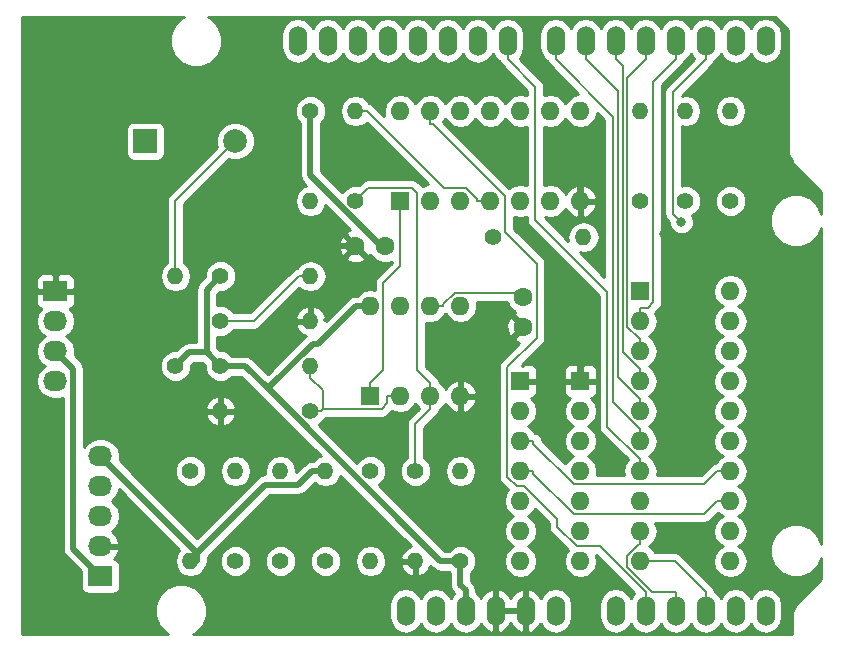
<source format=gbl>
G04 #@! TF.FileFunction,Copper,L2,Bot,Signal*
%FSLAX46Y46*%
G04 Gerber Fmt 4.6, Leading zero omitted, Abs format (unit mm)*
G04 Created by KiCad (PCBNEW 4.0.6) date 2018 June 04, Monday 22:32:25*
%MOMM*%
%LPD*%
G01*
G04 APERTURE LIST*
%ADD10C,0.150000*%
%ADD11C,1.600000*%
%ADD12R,2.032000X1.727200*%
%ADD13O,2.032000X1.727200*%
%ADD14C,1.400000*%
%ADD15O,1.400000X1.400000*%
%ADD16R,1.600000X1.600000*%
%ADD17O,1.600000X1.600000*%
%ADD18O,1.524000X2.540000*%
%ADD19R,2.000000X2.000000*%
%ADD20C,2.000000*%
%ADD21C,0.800000*%
%ADD22C,0.500000*%
%ADD23C,0.200000*%
%ADD24C,0.254000*%
G04 APERTURE END LIST*
D10*
D11*
X161290000Y-92710000D03*
X163790000Y-92710000D03*
X175514000Y-97028000D03*
X175514000Y-99528000D03*
D12*
X139700000Y-120650000D03*
D13*
X139700000Y-118110000D03*
X139700000Y-115570000D03*
X139700000Y-113030000D03*
X139700000Y-110490000D03*
D12*
X135890000Y-96520000D03*
D13*
X135890000Y-99060000D03*
X135890000Y-101600000D03*
X135890000Y-104140000D03*
D14*
X147320000Y-111760000D03*
D15*
X147320000Y-119380000D03*
D14*
X161290000Y-88900000D03*
D15*
X161290000Y-81280000D03*
D14*
X166370000Y-111760000D03*
D15*
X166370000Y-119380000D03*
D14*
X158750000Y-119380000D03*
D15*
X158750000Y-111760000D03*
D14*
X162560000Y-111760000D03*
D15*
X162560000Y-119380000D03*
D14*
X151130000Y-119380000D03*
D15*
X151130000Y-111760000D03*
D14*
X154940000Y-119380000D03*
D15*
X154940000Y-111760000D03*
D14*
X170180000Y-119380000D03*
D15*
X170180000Y-111760000D03*
D14*
X146050000Y-102870000D03*
D15*
X146050000Y-95250000D03*
D14*
X189230000Y-88900000D03*
D15*
X189230000Y-81280000D03*
D14*
X157480000Y-81280000D03*
D15*
X157480000Y-88900000D03*
D14*
X185420000Y-88900000D03*
D15*
X185420000Y-81280000D03*
D14*
X149860000Y-95250000D03*
D15*
X157480000Y-95250000D03*
D14*
X149860000Y-99060000D03*
D15*
X157480000Y-99060000D03*
D14*
X172974000Y-91948000D03*
D15*
X180594000Y-91948000D03*
D14*
X193040000Y-88900000D03*
D15*
X193040000Y-81280000D03*
D14*
X149860000Y-102870000D03*
D15*
X157480000Y-102870000D03*
D14*
X157480000Y-106680000D03*
D15*
X149860000Y-106680000D03*
D16*
X175260000Y-104140000D03*
D17*
X175260000Y-106680000D03*
X175260000Y-109220000D03*
X175260000Y-111760000D03*
X175260000Y-114300000D03*
X175260000Y-116840000D03*
X175260000Y-119380000D03*
D16*
X180340000Y-104140000D03*
D17*
X180340000Y-106680000D03*
X180340000Y-109220000D03*
X180340000Y-111760000D03*
X180340000Y-114300000D03*
X180340000Y-116840000D03*
X180340000Y-119380000D03*
D18*
X196030000Y-123581000D03*
X193490000Y-123581000D03*
X190950000Y-123581000D03*
X183330000Y-123581000D03*
X185870000Y-123581000D03*
X188410000Y-123581000D03*
X178250000Y-123581000D03*
X175710000Y-123581000D03*
X173170000Y-123581000D03*
X168090000Y-123581000D03*
X165550000Y-123581000D03*
X196030000Y-75321000D03*
X193490000Y-75321000D03*
X190950000Y-75321000D03*
X188410000Y-75321000D03*
X185870000Y-75321000D03*
X183330000Y-75321000D03*
X180790000Y-75321000D03*
X178250000Y-75321000D03*
X174186000Y-75321000D03*
X171646000Y-75321000D03*
X169106000Y-75321000D03*
X166566000Y-75321000D03*
X164026000Y-75321000D03*
X161486000Y-75321000D03*
X158946000Y-75321000D03*
X156406000Y-75321000D03*
X170630000Y-123581000D03*
D16*
X185420000Y-96520000D03*
D17*
X193040000Y-119380000D03*
X185420000Y-99060000D03*
X193040000Y-116840000D03*
X185420000Y-101600000D03*
X193040000Y-114300000D03*
X185420000Y-104140000D03*
X193040000Y-111760000D03*
X185420000Y-106680000D03*
X193040000Y-109220000D03*
X185420000Y-109220000D03*
X193040000Y-106680000D03*
X185420000Y-111760000D03*
X193040000Y-104140000D03*
X185420000Y-114300000D03*
X193040000Y-101600000D03*
X185420000Y-116840000D03*
X193040000Y-99060000D03*
X185420000Y-119380000D03*
X193040000Y-96520000D03*
D16*
X162560000Y-105410000D03*
D17*
X170180000Y-97790000D03*
X165100000Y-105410000D03*
X167640000Y-97790000D03*
X167640000Y-105410000D03*
X165100000Y-97790000D03*
X170180000Y-105410000D03*
X162560000Y-97790000D03*
D16*
X165100000Y-88900000D03*
D17*
X180340000Y-81280000D03*
X167640000Y-88900000D03*
X177800000Y-81280000D03*
X170180000Y-88900000D03*
X175260000Y-81280000D03*
X172720000Y-88900000D03*
X172720000Y-81280000D03*
X175260000Y-88900000D03*
X170180000Y-81280000D03*
X177800000Y-88900000D03*
X167640000Y-81280000D03*
X180340000Y-88900000D03*
X165100000Y-81280000D03*
D19*
X143510000Y-83820000D03*
D20*
X151110000Y-83820000D03*
D21*
X187452000Y-91694000D03*
X180340000Y-98806000D03*
X153924000Y-91948000D03*
X171704000Y-83058000D03*
X175514000Y-85598000D03*
X179324000Y-85598000D03*
X188889600Y-90685400D03*
D22*
X180340000Y-104140000D02*
X180340000Y-98806000D01*
X180340000Y-88900000D02*
X180340000Y-86614000D01*
X154686000Y-92710000D02*
X161290000Y-92710000D01*
X153924000Y-91948000D02*
X154686000Y-92710000D01*
X172974000Y-83058000D02*
X171704000Y-83058000D01*
X175514000Y-85598000D02*
X172974000Y-83058000D01*
X180340000Y-86614000D02*
X179324000Y-85598000D01*
X170180000Y-121410700D02*
X170630000Y-121860700D01*
X170180000Y-119380000D02*
X170180000Y-121410700D01*
X170630000Y-123581000D02*
X170630000Y-121860700D01*
X147217200Y-101702800D02*
X146050000Y-102870000D01*
X148692800Y-101702800D02*
X147217200Y-101702800D01*
X148692800Y-96417200D02*
X148692800Y-101702800D01*
X149860000Y-95250000D02*
X148692800Y-96417200D01*
X148692800Y-101702800D02*
X149860000Y-102870000D01*
X162560000Y-97790000D02*
X161309700Y-97790000D01*
X157666700Y-100965000D02*
X153869000Y-104762700D01*
X158134700Y-100965000D02*
X157666700Y-100965000D01*
X161309700Y-97790000D02*
X158134700Y-100965000D01*
X168486200Y-119380000D02*
X153869000Y-104762700D01*
X170180000Y-119380000D02*
X168486200Y-119380000D01*
X151976200Y-102870000D02*
X149860000Y-102870000D01*
X153869000Y-104762700D02*
X151976200Y-102870000D01*
X157480000Y-86727400D02*
X157480000Y-81280000D01*
X163462600Y-92710000D02*
X157480000Y-86727400D01*
X163790000Y-92710000D02*
X163462600Y-92710000D01*
D23*
X175168200Y-96682200D02*
X175514000Y-97028000D01*
X169710600Y-96682200D02*
X175168200Y-96682200D01*
X168740300Y-97652500D02*
X169710600Y-96682200D01*
X168740300Y-97790000D02*
X168740300Y-97652500D01*
X167640000Y-97790000D02*
X168740300Y-97790000D01*
D22*
X137385800Y-118335800D02*
X139700000Y-120650000D01*
X137385800Y-103095800D02*
X137385800Y-118335800D01*
X135890000Y-101600000D02*
X137385800Y-103095800D01*
X147320000Y-119380000D02*
X147895200Y-119380000D01*
X153670100Y-112910300D02*
X147895200Y-118685200D01*
X156449400Y-112910300D02*
X153670100Y-112910300D01*
X157599700Y-111760000D02*
X156449400Y-112910300D01*
X147895200Y-119380000D02*
X147895200Y-118685200D01*
X147895200Y-118685200D02*
X139700000Y-110490000D01*
X158750000Y-111760000D02*
X157599700Y-111760000D01*
D23*
X146050000Y-88880000D02*
X146050000Y-95250000D01*
X151110000Y-83820000D02*
X146050000Y-88880000D01*
X166370000Y-107780300D02*
X166370000Y-111760000D01*
X167640000Y-106510300D02*
X166370000Y-107780300D01*
X167640000Y-105960100D02*
X167640000Y-106510300D01*
X167640000Y-105960100D02*
X167640000Y-105410000D01*
X162390400Y-87799600D02*
X161290000Y-88900000D01*
X166101600Y-87799600D02*
X162390400Y-87799600D01*
X166539700Y-88237700D02*
X166101600Y-87799600D01*
X166539700Y-103209400D02*
X166539700Y-88237700D01*
X167640000Y-104309700D02*
X166539700Y-103209400D01*
X167640000Y-105410000D02*
X167640000Y-104309700D01*
X168810000Y-87799700D02*
X162290300Y-81280000D01*
X170657100Y-87799700D02*
X168810000Y-87799700D01*
X171619700Y-88762300D02*
X170657100Y-87799700D01*
X171619700Y-88900000D02*
X171619700Y-88762300D01*
X172720000Y-88900000D02*
X171619700Y-88900000D01*
X161290000Y-81280000D02*
X162290300Y-81280000D01*
X163660300Y-103209400D02*
X162560000Y-104309700D01*
X163660300Y-95848200D02*
X163660300Y-103209400D01*
X165100000Y-94408500D02*
X163660300Y-95848200D01*
X165100000Y-88900000D02*
X165100000Y-94408500D01*
X162560000Y-105410000D02*
X162560000Y-104309700D01*
X152669700Y-99060000D02*
X149860000Y-99060000D01*
X156479700Y-95250000D02*
X152669700Y-99060000D01*
X157480000Y-95250000D02*
X156479700Y-95250000D01*
X165100000Y-105410000D02*
X163999700Y-105410000D01*
X163498500Y-106512900D02*
X158504300Y-106512900D01*
X163999700Y-106011700D02*
X163498500Y-106512900D01*
X163999700Y-105410000D02*
X163999700Y-106011700D01*
X158337200Y-106680000D02*
X158504300Y-106512900D01*
X157480000Y-106680000D02*
X158337200Y-106680000D01*
X158504300Y-104894600D02*
X157480000Y-103870300D01*
X158504300Y-106512900D02*
X158504300Y-104894600D01*
X157480000Y-102870000D02*
X157480000Y-103870300D01*
X176360300Y-109448000D02*
X176360300Y-109220000D01*
X179775500Y-112863200D02*
X176360300Y-109448000D01*
X190836500Y-112863200D02*
X179775500Y-112863200D01*
X191939700Y-111760000D02*
X190836500Y-112863200D01*
X193040000Y-111760000D02*
X191939700Y-111760000D01*
X175260000Y-109220000D02*
X176360300Y-109220000D01*
X176360300Y-111988000D02*
X176360300Y-111760000D01*
X179773200Y-115400900D02*
X176360300Y-111988000D01*
X190838800Y-115400900D02*
X179773200Y-115400900D01*
X191939700Y-114300000D02*
X190838800Y-115400900D01*
X193040000Y-114300000D02*
X191939700Y-114300000D01*
X175260000Y-111760000D02*
X176360300Y-111760000D01*
X188319300Y-119380000D02*
X190950000Y-122010700D01*
X185420000Y-119380000D02*
X188319300Y-119380000D01*
X190950000Y-123581000D02*
X190950000Y-122010700D01*
X167868000Y-82380300D02*
X167640000Y-82380300D01*
X173990000Y-88502300D02*
X167868000Y-82380300D01*
X173990000Y-91549100D02*
X173990000Y-88502300D01*
X176632900Y-94192000D02*
X173990000Y-91549100D01*
X176632900Y-100481700D02*
X176632900Y-94192000D01*
X174159600Y-102955000D02*
X176632900Y-100481700D01*
X174159600Y-112226800D02*
X174159600Y-102955000D01*
X174962800Y-113030000D02*
X174159600Y-112226800D01*
X175587600Y-113030000D02*
X174962800Y-113030000D01*
X178376700Y-115819100D02*
X175587600Y-113030000D01*
X178376700Y-116478200D02*
X178376700Y-115819100D01*
X180008500Y-118110000D02*
X178376700Y-116478200D01*
X181969300Y-118110000D02*
X180008500Y-118110000D01*
X185870000Y-122010700D02*
X181969300Y-118110000D01*
X185870000Y-123581000D02*
X185870000Y-122010700D01*
X167640000Y-81280000D02*
X167640000Y-82380300D01*
X186436300Y-122010700D02*
X188410000Y-122010700D01*
X184311000Y-119885400D02*
X186436300Y-122010700D01*
X184311000Y-118911800D02*
X184311000Y-119885400D01*
X185282500Y-117940300D02*
X184311000Y-118911800D01*
X185420000Y-117940300D02*
X185282500Y-117940300D01*
X185420000Y-116840000D02*
X185420000Y-117940300D01*
X188410000Y-123581000D02*
X188410000Y-122010700D01*
X188168700Y-79672600D02*
X190950000Y-76891300D01*
X188168700Y-89964500D02*
X188168700Y-79672600D01*
X188889600Y-90685400D02*
X188168700Y-89964500D01*
X190950000Y-75321000D02*
X190950000Y-76891300D01*
X186520300Y-78781000D02*
X188410000Y-76891300D01*
X186520300Y-97461100D02*
X186520300Y-78781000D01*
X186021700Y-97959700D02*
X186520300Y-97461100D01*
X185420000Y-97959700D02*
X186021700Y-97959700D01*
X185420000Y-99060000D02*
X185420000Y-97959700D01*
X188410000Y-75321000D02*
X188410000Y-76891300D01*
X184319700Y-78441600D02*
X185870000Y-76891300D01*
X184319700Y-99537100D02*
X184319700Y-78441600D01*
X185282300Y-100499700D02*
X184319700Y-99537100D01*
X185420000Y-100499700D02*
X185282300Y-100499700D01*
X185420000Y-101600000D02*
X185420000Y-100499700D01*
X185870000Y-75321000D02*
X185870000Y-76891300D01*
X183919300Y-77480600D02*
X183330000Y-76891300D01*
X183919300Y-101676500D02*
X183919300Y-77480600D01*
X185282500Y-103039700D02*
X183919300Y-101676500D01*
X185420000Y-103039700D02*
X185282500Y-103039700D01*
X185420000Y-104140000D02*
X185420000Y-103039700D01*
X183330000Y-75321000D02*
X183330000Y-76891300D01*
X183500200Y-79601500D02*
X180790000Y-76891300D01*
X183500200Y-103797400D02*
X183500200Y-79601500D01*
X185282500Y-105579700D02*
X183500200Y-103797400D01*
X185420000Y-105579700D02*
X185282500Y-105579700D01*
X185420000Y-106680000D02*
X185420000Y-105579700D01*
X180790000Y-75321000D02*
X180790000Y-76891300D01*
X183099800Y-81741100D02*
X178250000Y-76891300D01*
X183099800Y-105937000D02*
X183099800Y-81741100D01*
X185282500Y-108119700D02*
X183099800Y-105937000D01*
X185420000Y-108119700D02*
X185282500Y-108119700D01*
X185420000Y-109220000D02*
X185420000Y-108119700D01*
X178250000Y-75321000D02*
X178250000Y-76891300D01*
X185420000Y-111760000D02*
X185420000Y-110659700D01*
X174186000Y-75321000D02*
X174186000Y-76891300D01*
X176530000Y-79235300D02*
X174186000Y-76891300D01*
X176530000Y-90529600D02*
X176530000Y-79235300D01*
X182614400Y-96614000D02*
X176530000Y-90529600D01*
X182614400Y-107991600D02*
X182614400Y-96614000D01*
X185282500Y-110659700D02*
X182614400Y-107991600D01*
X185420000Y-110659700D02*
X185282500Y-110659700D01*
D24*
G36*
X146512700Y-73435758D02*
X145886955Y-74060411D01*
X145547887Y-74876978D01*
X145547115Y-75761143D01*
X145884758Y-76578300D01*
X146509411Y-77204045D01*
X147325978Y-77543113D01*
X148210143Y-77543885D01*
X149027300Y-77206242D01*
X149653045Y-76581589D01*
X149992113Y-75765022D01*
X149992885Y-74880857D01*
X149655242Y-74063700D01*
X149030589Y-73437955D01*
X148768196Y-73329000D01*
X196820264Y-73329000D01*
X197943000Y-74451736D01*
X197943000Y-84836000D01*
X197995143Y-85098138D01*
X198143632Y-85320368D01*
X198247000Y-85423736D01*
X198247000Y-85598000D01*
X198257006Y-85647410D01*
X198284197Y-85687803D01*
X200737000Y-88140606D01*
X200737000Y-89985605D01*
X200455242Y-89303700D01*
X199830589Y-88677955D01*
X199014022Y-88338887D01*
X198129857Y-88338115D01*
X197312700Y-88675758D01*
X196686955Y-89300411D01*
X196347887Y-90116978D01*
X196347115Y-91001143D01*
X196684758Y-91818300D01*
X197309411Y-92444045D01*
X198125978Y-92783113D01*
X199010143Y-92783885D01*
X199827300Y-92446242D01*
X200453045Y-91821589D01*
X200737000Y-91137749D01*
X200737000Y-117925605D01*
X200455242Y-117243700D01*
X199830589Y-116617955D01*
X199014022Y-116278887D01*
X198129857Y-116278115D01*
X197312700Y-116615758D01*
X196686955Y-117240411D01*
X196347887Y-118056978D01*
X196347115Y-118941143D01*
X196684758Y-119758300D01*
X197309411Y-120384045D01*
X198125978Y-120723113D01*
X199010143Y-120723885D01*
X199827300Y-120386242D01*
X200453045Y-119761589D01*
X200737000Y-119077749D01*
X200737000Y-120874264D01*
X198651632Y-122959632D01*
X198503143Y-123181862D01*
X198451647Y-123440747D01*
X198284197Y-123608197D01*
X198256334Y-123650211D01*
X198247000Y-123698000D01*
X198247000Y-125553000D01*
X147547330Y-125553000D01*
X147757300Y-125466242D01*
X148383045Y-124841589D01*
X148722113Y-124025022D01*
X148722885Y-123140857D01*
X148385242Y-122323700D01*
X147760589Y-121697955D01*
X146944022Y-121358887D01*
X146059857Y-121358115D01*
X145242700Y-121695758D01*
X144616955Y-122320411D01*
X144277887Y-123136978D01*
X144277115Y-124021143D01*
X144614758Y-124838300D01*
X145239411Y-125464045D01*
X145453639Y-125553000D01*
X133019000Y-125553000D01*
X133019000Y-99060000D01*
X134206655Y-99060000D01*
X134320729Y-99633489D01*
X134645585Y-100119670D01*
X134960366Y-100330000D01*
X134645585Y-100540330D01*
X134320729Y-101026511D01*
X134206655Y-101600000D01*
X134320729Y-102173489D01*
X134645585Y-102659670D01*
X134960366Y-102870000D01*
X134645585Y-103080330D01*
X134320729Y-103566511D01*
X134206655Y-104140000D01*
X134320729Y-104713489D01*
X134645585Y-105199670D01*
X135131766Y-105524526D01*
X135705255Y-105638600D01*
X136074745Y-105638600D01*
X136500800Y-105553852D01*
X136500800Y-118335795D01*
X136500799Y-118335800D01*
X136527300Y-118469026D01*
X136568167Y-118674475D01*
X136621444Y-118754210D01*
X136760010Y-118961590D01*
X138036560Y-120238139D01*
X138036560Y-121513600D01*
X138080838Y-121748917D01*
X138219910Y-121965041D01*
X138432110Y-122110031D01*
X138684000Y-122161040D01*
X140716000Y-122161040D01*
X140951317Y-122116762D01*
X141167441Y-121977690D01*
X141312431Y-121765490D01*
X141363440Y-121513600D01*
X141363440Y-119786400D01*
X141319162Y-119551083D01*
X141180090Y-119334959D01*
X140967890Y-119189969D01*
X140873073Y-119170768D01*
X141050732Y-119012036D01*
X141304709Y-118484791D01*
X141307358Y-118469026D01*
X141186217Y-118237000D01*
X139827000Y-118237000D01*
X139827000Y-118257000D01*
X139573000Y-118257000D01*
X139573000Y-118237000D01*
X139553000Y-118237000D01*
X139553000Y-117983000D01*
X139573000Y-117983000D01*
X139573000Y-117963000D01*
X139827000Y-117963000D01*
X139827000Y-117983000D01*
X141186217Y-117983000D01*
X141307358Y-117750974D01*
X141304709Y-117735209D01*
X141050732Y-117207964D01*
X140634931Y-116836461D01*
X140944415Y-116629670D01*
X141269271Y-116143489D01*
X141383345Y-115570000D01*
X141269271Y-114996511D01*
X140944415Y-114510330D01*
X140634931Y-114303539D01*
X141050732Y-113932036D01*
X141304709Y-113404791D01*
X141307358Y-113389026D01*
X141263562Y-113305142D01*
X146372915Y-118414494D01*
X146086621Y-118842964D01*
X145985000Y-119353846D01*
X145985000Y-119406154D01*
X146086621Y-119917036D01*
X146376012Y-120350142D01*
X146809118Y-120639533D01*
X147320000Y-120741154D01*
X147830882Y-120639533D01*
X148263988Y-120350142D01*
X148472368Y-120038278D01*
X148520990Y-120005790D01*
X148712833Y-119718675D01*
X148727610Y-119644383D01*
X149794769Y-119644383D01*
X149997582Y-120135229D01*
X150372796Y-120511098D01*
X150863287Y-120714768D01*
X151394383Y-120715231D01*
X151885229Y-120512418D01*
X152261098Y-120137204D01*
X152464768Y-119646713D01*
X152464770Y-119644383D01*
X153604769Y-119644383D01*
X153807582Y-120135229D01*
X154182796Y-120511098D01*
X154673287Y-120714768D01*
X155204383Y-120715231D01*
X155695229Y-120512418D01*
X156071098Y-120137204D01*
X156274768Y-119646713D01*
X156274770Y-119644383D01*
X157414769Y-119644383D01*
X157617582Y-120135229D01*
X157992796Y-120511098D01*
X158483287Y-120714768D01*
X159014383Y-120715231D01*
X159505229Y-120512418D01*
X159881098Y-120137204D01*
X160084768Y-119646713D01*
X160085023Y-119353846D01*
X161225000Y-119353846D01*
X161225000Y-119406154D01*
X161326621Y-119917036D01*
X161616012Y-120350142D01*
X162049118Y-120639533D01*
X162560000Y-120741154D01*
X163070882Y-120639533D01*
X163503988Y-120350142D01*
X163793379Y-119917036D01*
X163833898Y-119713331D01*
X165077273Y-119713331D01*
X165303236Y-120182663D01*
X165691604Y-120529797D01*
X166036671Y-120672716D01*
X166243000Y-120549374D01*
X166243000Y-119507000D01*
X165199794Y-119507000D01*
X165077273Y-119713331D01*
X163833898Y-119713331D01*
X163895000Y-119406154D01*
X163895000Y-119353846D01*
X163793379Y-118842964D01*
X163503988Y-118409858D01*
X163070882Y-118120467D01*
X162560000Y-118018846D01*
X162049118Y-118120467D01*
X161616012Y-118409858D01*
X161326621Y-118842964D01*
X161225000Y-119353846D01*
X160085023Y-119353846D01*
X160085231Y-119115617D01*
X159882418Y-118624771D01*
X159507204Y-118248902D01*
X159016713Y-118045232D01*
X158485617Y-118044769D01*
X157994771Y-118247582D01*
X157618902Y-118622796D01*
X157415232Y-119113287D01*
X157414769Y-119644383D01*
X156274770Y-119644383D01*
X156275231Y-119115617D01*
X156072418Y-118624771D01*
X155697204Y-118248902D01*
X155206713Y-118045232D01*
X154675617Y-118044769D01*
X154184771Y-118247582D01*
X153808902Y-118622796D01*
X153605232Y-119113287D01*
X153604769Y-119644383D01*
X152464770Y-119644383D01*
X152465231Y-119115617D01*
X152262418Y-118624771D01*
X151887204Y-118248902D01*
X151396713Y-118045232D01*
X150865617Y-118044769D01*
X150374771Y-118247582D01*
X149998902Y-118622796D01*
X149795232Y-119113287D01*
X149794769Y-119644383D01*
X148727610Y-119644383D01*
X148780200Y-119380000D01*
X148780200Y-119051780D01*
X154036679Y-113795300D01*
X156449395Y-113795300D01*
X156449400Y-113795301D01*
X156731884Y-113739110D01*
X156788075Y-113727933D01*
X157075190Y-113536090D01*
X157075191Y-113536089D01*
X157851046Y-112760233D01*
X158239118Y-113019533D01*
X158750000Y-113121154D01*
X159260882Y-113019533D01*
X159693988Y-112730142D01*
X159983379Y-112297036D01*
X160011307Y-112156632D01*
X165969669Y-118115035D01*
X165691604Y-118230203D01*
X165303236Y-118577337D01*
X165077273Y-119046669D01*
X165199794Y-119253000D01*
X166243000Y-119253000D01*
X166243000Y-119233000D01*
X166497000Y-119233000D01*
X166497000Y-119253000D01*
X166517000Y-119253000D01*
X166517000Y-119507000D01*
X166497000Y-119507000D01*
X166497000Y-120549374D01*
X166703329Y-120672716D01*
X167048396Y-120529797D01*
X167436764Y-120182663D01*
X167631927Y-119777304D01*
X167860408Y-120005787D01*
X167860410Y-120005790D01*
X168099237Y-120165369D01*
X168147523Y-120197632D01*
X168147524Y-120197632D01*
X168147525Y-120197633D01*
X168240269Y-120216081D01*
X168486197Y-120265001D01*
X168486202Y-120265000D01*
X169177127Y-120265000D01*
X169295000Y-120383079D01*
X169295000Y-121410695D01*
X169294999Y-121410700D01*
X169319725Y-121535001D01*
X169362367Y-121749375D01*
X169423776Y-121841280D01*
X169554210Y-122036490D01*
X169611490Y-122093770D01*
X169360000Y-122470150D01*
X169077828Y-122047851D01*
X168624609Y-121745019D01*
X168090000Y-121638679D01*
X167555391Y-121745019D01*
X167102172Y-122047851D01*
X166820000Y-122470150D01*
X166537828Y-122047851D01*
X166084609Y-121745019D01*
X165550000Y-121638679D01*
X165015391Y-121745019D01*
X164562172Y-122047851D01*
X164259340Y-122501070D01*
X164153000Y-123035679D01*
X164153000Y-124126321D01*
X164259340Y-124660930D01*
X164562172Y-125114149D01*
X165015391Y-125416981D01*
X165550000Y-125523321D01*
X166084609Y-125416981D01*
X166537828Y-125114149D01*
X166820000Y-124691850D01*
X167102172Y-125114149D01*
X167555391Y-125416981D01*
X168090000Y-125523321D01*
X168624609Y-125416981D01*
X169077828Y-125114149D01*
X169360000Y-124691850D01*
X169642172Y-125114149D01*
X170095391Y-125416981D01*
X170630000Y-125523321D01*
X171164609Y-125416981D01*
X171617828Y-125114149D01*
X171909330Y-124677887D01*
X171927941Y-124740941D01*
X172271974Y-125166630D01*
X172752723Y-125428260D01*
X172826930Y-125443220D01*
X173043000Y-125320720D01*
X173043000Y-123708000D01*
X173297000Y-123708000D01*
X173297000Y-125320720D01*
X173513070Y-125443220D01*
X173587277Y-125428260D01*
X174068026Y-125166630D01*
X174412059Y-124740941D01*
X174440000Y-124646277D01*
X174467941Y-124740941D01*
X174811974Y-125166630D01*
X175292723Y-125428260D01*
X175366930Y-125443220D01*
X175583000Y-125320720D01*
X175583000Y-123708000D01*
X173297000Y-123708000D01*
X173043000Y-123708000D01*
X173023000Y-123708000D01*
X173023000Y-123454000D01*
X173043000Y-123454000D01*
X173043000Y-121841280D01*
X173297000Y-121841280D01*
X173297000Y-123454000D01*
X175583000Y-123454000D01*
X175583000Y-121841280D01*
X175837000Y-121841280D01*
X175837000Y-123454000D01*
X175857000Y-123454000D01*
X175857000Y-123708000D01*
X175837000Y-123708000D01*
X175837000Y-125320720D01*
X176053070Y-125443220D01*
X176127277Y-125428260D01*
X176608026Y-125166630D01*
X176952059Y-124740941D01*
X176970670Y-124677887D01*
X177262172Y-125114149D01*
X177715391Y-125416981D01*
X178250000Y-125523321D01*
X178784609Y-125416981D01*
X179237828Y-125114149D01*
X179540660Y-124660930D01*
X179647000Y-124126321D01*
X179647000Y-123035679D01*
X179540660Y-122501070D01*
X179237828Y-122047851D01*
X178784609Y-121745019D01*
X178250000Y-121638679D01*
X177715391Y-121745019D01*
X177262172Y-122047851D01*
X176970670Y-122484113D01*
X176952059Y-122421059D01*
X176608026Y-121995370D01*
X176127277Y-121733740D01*
X176053070Y-121718780D01*
X175837000Y-121841280D01*
X175583000Y-121841280D01*
X175366930Y-121718780D01*
X175292723Y-121733740D01*
X174811974Y-121995370D01*
X174467941Y-122421059D01*
X174440000Y-122515723D01*
X174412059Y-122421059D01*
X174068026Y-121995370D01*
X173587277Y-121733740D01*
X173513070Y-121718780D01*
X173297000Y-121841280D01*
X173043000Y-121841280D01*
X172826930Y-121718780D01*
X172752723Y-121733740D01*
X172271974Y-121995370D01*
X171927941Y-122421059D01*
X171909330Y-122484113D01*
X171617828Y-122047851D01*
X171515000Y-121979143D01*
X171515000Y-121860705D01*
X171515001Y-121860700D01*
X171447633Y-121522025D01*
X171442004Y-121513600D01*
X171255790Y-121234910D01*
X171255787Y-121234908D01*
X171065000Y-121044121D01*
X171065000Y-120382873D01*
X171311098Y-120137204D01*
X171514768Y-119646713D01*
X171515231Y-119115617D01*
X171312418Y-118624771D01*
X170937204Y-118248902D01*
X170446713Y-118045232D01*
X169915617Y-118044769D01*
X169424771Y-118247582D01*
X169176921Y-118495000D01*
X168852781Y-118495000D01*
X163269239Y-112911420D01*
X163315229Y-112892418D01*
X163691098Y-112517204D01*
X163894768Y-112026713D01*
X163895231Y-111495617D01*
X163692418Y-111004771D01*
X163317204Y-110628902D01*
X162826713Y-110425232D01*
X162295617Y-110424769D01*
X161804771Y-110627582D01*
X161428902Y-111002796D01*
X161408870Y-111051038D01*
X158189264Y-107831410D01*
X158235229Y-107812418D01*
X158611098Y-107437204D01*
X158653180Y-107335860D01*
X158784821Y-107247900D01*
X163498500Y-107247900D01*
X163779772Y-107191951D01*
X164018223Y-107032623D01*
X164392663Y-106658184D01*
X164550849Y-106763880D01*
X165100000Y-106873113D01*
X165649151Y-106763880D01*
X166114698Y-106452811D01*
X166370000Y-106070725D01*
X166625302Y-106452811D01*
X166644928Y-106465925D01*
X165850277Y-107260577D01*
X165690949Y-107499028D01*
X165635000Y-107780300D01*
X165635000Y-110619224D01*
X165614771Y-110627582D01*
X165238902Y-111002796D01*
X165035232Y-111493287D01*
X165034769Y-112024383D01*
X165237582Y-112515229D01*
X165612796Y-112891098D01*
X166103287Y-113094768D01*
X166634383Y-113095231D01*
X167125229Y-112892418D01*
X167501098Y-112517204D01*
X167704768Y-112026713D01*
X167705023Y-111733846D01*
X168845000Y-111733846D01*
X168845000Y-111786154D01*
X168946621Y-112297036D01*
X169236012Y-112730142D01*
X169669118Y-113019533D01*
X170180000Y-113121154D01*
X170690882Y-113019533D01*
X171123988Y-112730142D01*
X171413379Y-112297036D01*
X171515000Y-111786154D01*
X171515000Y-111733846D01*
X171413379Y-111222964D01*
X171123988Y-110789858D01*
X170690882Y-110500467D01*
X170180000Y-110398846D01*
X169669118Y-110500467D01*
X169236012Y-110789858D01*
X168946621Y-111222964D01*
X168845000Y-111733846D01*
X167705023Y-111733846D01*
X167705231Y-111495617D01*
X167502418Y-111004771D01*
X167127204Y-110628902D01*
X167105000Y-110619682D01*
X167105000Y-108084746D01*
X168159723Y-107030024D01*
X168319051Y-106791572D01*
X168335652Y-106708113D01*
X168345315Y-106659534D01*
X168654698Y-106452811D01*
X168924986Y-106048297D01*
X169027611Y-106265134D01*
X169442577Y-106641041D01*
X169830961Y-106801904D01*
X170053000Y-106679915D01*
X170053000Y-105537000D01*
X170307000Y-105537000D01*
X170307000Y-106679915D01*
X170529039Y-106801904D01*
X170917423Y-106641041D01*
X171332389Y-106265134D01*
X171571914Y-105759041D01*
X171450629Y-105537000D01*
X170307000Y-105537000D01*
X170053000Y-105537000D01*
X170033000Y-105537000D01*
X170033000Y-105283000D01*
X170053000Y-105283000D01*
X170053000Y-104140085D01*
X170307000Y-104140085D01*
X170307000Y-105283000D01*
X171450629Y-105283000D01*
X171571914Y-105060959D01*
X171332389Y-104554866D01*
X170917423Y-104178959D01*
X170529039Y-104018096D01*
X170307000Y-104140085D01*
X170053000Y-104140085D01*
X169830961Y-104018096D01*
X169442577Y-104178959D01*
X169027611Y-104554866D01*
X168924986Y-104771703D01*
X168654698Y-104367189D01*
X168345315Y-104160466D01*
X168319051Y-104028428D01*
X168287228Y-103980801D01*
X168159723Y-103789976D01*
X167274700Y-102904954D01*
X167274700Y-99311223D01*
X174067035Y-99311223D01*
X174094222Y-99881454D01*
X174260136Y-100282005D01*
X174506255Y-100356139D01*
X175334395Y-99528000D01*
X174506255Y-98699861D01*
X174260136Y-98773995D01*
X174067035Y-99311223D01*
X167274700Y-99311223D01*
X167274700Y-99180450D01*
X167640000Y-99253113D01*
X168189151Y-99143880D01*
X168654698Y-98832811D01*
X168878776Y-98497455D01*
X168933898Y-98486491D01*
X169165302Y-98832811D01*
X169630849Y-99143880D01*
X170180000Y-99253113D01*
X170729151Y-99143880D01*
X171194698Y-98832811D01*
X171505767Y-98367264D01*
X171615000Y-97818113D01*
X171615000Y-97761887D01*
X171546437Y-97417200D01*
X174122142Y-97417200D01*
X174296757Y-97839800D01*
X174700077Y-98243824D01*
X174766544Y-98271423D01*
X174759995Y-98274136D01*
X174685861Y-98520255D01*
X175514000Y-99348395D01*
X175528143Y-99334253D01*
X175707748Y-99513858D01*
X175693605Y-99528000D01*
X175707748Y-99542143D01*
X175528143Y-99721748D01*
X175514000Y-99707605D01*
X174685861Y-100535745D01*
X174759995Y-100781864D01*
X175152285Y-100922869D01*
X173639877Y-102435277D01*
X173480549Y-102673728D01*
X173424600Y-102955000D01*
X173424600Y-112226800D01*
X173466820Y-112439051D01*
X173480549Y-112508072D01*
X173639877Y-112746523D01*
X174207347Y-113313993D01*
X173934233Y-113722736D01*
X173825000Y-114271887D01*
X173825000Y-114328113D01*
X173934233Y-114877264D01*
X174245302Y-115342811D01*
X174585314Y-115570000D01*
X174245302Y-115797189D01*
X173934233Y-116262736D01*
X173825000Y-116811887D01*
X173825000Y-116868113D01*
X173934233Y-117417264D01*
X174245302Y-117882811D01*
X174585314Y-118110000D01*
X174245302Y-118337189D01*
X173934233Y-118802736D01*
X173825000Y-119351887D01*
X173825000Y-119408113D01*
X173934233Y-119957264D01*
X174245302Y-120422811D01*
X174710849Y-120733880D01*
X175260000Y-120843113D01*
X175809151Y-120733880D01*
X176274698Y-120422811D01*
X176585767Y-119957264D01*
X176695000Y-119408113D01*
X176695000Y-119351887D01*
X176585767Y-118802736D01*
X176274698Y-118337189D01*
X175934686Y-118110000D01*
X176274698Y-117882811D01*
X176585767Y-117417264D01*
X176695000Y-116868113D01*
X176695000Y-116811887D01*
X176585767Y-116262736D01*
X176274698Y-115797189D01*
X175934686Y-115570000D01*
X176274698Y-115342811D01*
X176509524Y-114991370D01*
X177641700Y-116123547D01*
X177641700Y-116478200D01*
X177670864Y-116624816D01*
X177697649Y-116759472D01*
X177856977Y-116997923D01*
X179273608Y-118414555D01*
X179014233Y-118802736D01*
X178905000Y-119351887D01*
X178905000Y-119408113D01*
X179014233Y-119957264D01*
X179325302Y-120422811D01*
X179790849Y-120733880D01*
X180340000Y-120843113D01*
X180889151Y-120733880D01*
X181354698Y-120422811D01*
X181665767Y-119957264D01*
X181775000Y-119408113D01*
X181775000Y-119351887D01*
X181676488Y-118856634D01*
X184876377Y-122056524D01*
X184600000Y-122470150D01*
X184317828Y-122047851D01*
X183864609Y-121745019D01*
X183330000Y-121638679D01*
X182795391Y-121745019D01*
X182342172Y-122047851D01*
X182039340Y-122501070D01*
X181933000Y-123035679D01*
X181933000Y-124126321D01*
X182039340Y-124660930D01*
X182342172Y-125114149D01*
X182795391Y-125416981D01*
X183330000Y-125523321D01*
X183864609Y-125416981D01*
X184317828Y-125114149D01*
X184600000Y-124691850D01*
X184882172Y-125114149D01*
X185335391Y-125416981D01*
X185870000Y-125523321D01*
X186404609Y-125416981D01*
X186857828Y-125114149D01*
X187140000Y-124691850D01*
X187422172Y-125114149D01*
X187875391Y-125416981D01*
X188410000Y-125523321D01*
X188944609Y-125416981D01*
X189397828Y-125114149D01*
X189680000Y-124691850D01*
X189962172Y-125114149D01*
X190415391Y-125416981D01*
X190950000Y-125523321D01*
X191484609Y-125416981D01*
X191937828Y-125114149D01*
X192220000Y-124691850D01*
X192502172Y-125114149D01*
X192955391Y-125416981D01*
X193490000Y-125523321D01*
X194024609Y-125416981D01*
X194477828Y-125114149D01*
X194760000Y-124691850D01*
X195042172Y-125114149D01*
X195495391Y-125416981D01*
X196030000Y-125523321D01*
X196564609Y-125416981D01*
X197017828Y-125114149D01*
X197320660Y-124660930D01*
X197427000Y-124126321D01*
X197427000Y-123035679D01*
X197320660Y-122501070D01*
X197017828Y-122047851D01*
X196564609Y-121745019D01*
X196030000Y-121638679D01*
X195495391Y-121745019D01*
X195042172Y-122047851D01*
X194760000Y-122470150D01*
X194477828Y-122047851D01*
X194024609Y-121745019D01*
X193490000Y-121638679D01*
X192955391Y-121745019D01*
X192502172Y-122047851D01*
X192220000Y-122470150D01*
X191937828Y-122047851D01*
X191654768Y-121858716D01*
X191629051Y-121729428D01*
X191621936Y-121718780D01*
X191469724Y-121490977D01*
X188839023Y-118860277D01*
X188600572Y-118700949D01*
X188319300Y-118645000D01*
X186649699Y-118645000D01*
X186462811Y-118365302D01*
X186116491Y-118133898D01*
X186127455Y-118078776D01*
X186462811Y-117854698D01*
X186773880Y-117389151D01*
X186883113Y-116840000D01*
X186773880Y-116290849D01*
X186670346Y-116135900D01*
X190838800Y-116135900D01*
X191120072Y-116079951D01*
X191358523Y-115920623D01*
X191984075Y-115295072D01*
X191997189Y-115314698D01*
X192379275Y-115570000D01*
X191997189Y-115825302D01*
X191686120Y-116290849D01*
X191576887Y-116840000D01*
X191686120Y-117389151D01*
X191997189Y-117854698D01*
X192379275Y-118110000D01*
X191997189Y-118365302D01*
X191686120Y-118830849D01*
X191576887Y-119380000D01*
X191686120Y-119929151D01*
X191997189Y-120394698D01*
X192462736Y-120705767D01*
X193011887Y-120815000D01*
X193068113Y-120815000D01*
X193617264Y-120705767D01*
X194082811Y-120394698D01*
X194393880Y-119929151D01*
X194503113Y-119380000D01*
X194393880Y-118830849D01*
X194082811Y-118365302D01*
X193700725Y-118110000D01*
X194082811Y-117854698D01*
X194393880Y-117389151D01*
X194503113Y-116840000D01*
X194393880Y-116290849D01*
X194082811Y-115825302D01*
X193700725Y-115570000D01*
X194082811Y-115314698D01*
X194393880Y-114849151D01*
X194503113Y-114300000D01*
X194393880Y-113750849D01*
X194082811Y-113285302D01*
X193700725Y-113030000D01*
X194082811Y-112774698D01*
X194393880Y-112309151D01*
X194503113Y-111760000D01*
X194393880Y-111210849D01*
X194082811Y-110745302D01*
X193700725Y-110490000D01*
X194082811Y-110234698D01*
X194393880Y-109769151D01*
X194503113Y-109220000D01*
X194393880Y-108670849D01*
X194082811Y-108205302D01*
X193700725Y-107950000D01*
X194082811Y-107694698D01*
X194393880Y-107229151D01*
X194503113Y-106680000D01*
X194393880Y-106130849D01*
X194082811Y-105665302D01*
X193700725Y-105410000D01*
X194082811Y-105154698D01*
X194393880Y-104689151D01*
X194503113Y-104140000D01*
X194393880Y-103590849D01*
X194082811Y-103125302D01*
X193700725Y-102870000D01*
X194082811Y-102614698D01*
X194393880Y-102149151D01*
X194503113Y-101600000D01*
X194393880Y-101050849D01*
X194082811Y-100585302D01*
X193700725Y-100330000D01*
X194082811Y-100074698D01*
X194393880Y-99609151D01*
X194503113Y-99060000D01*
X194393880Y-98510849D01*
X194082811Y-98045302D01*
X193700725Y-97790000D01*
X194082811Y-97534698D01*
X194393880Y-97069151D01*
X194503113Y-96520000D01*
X194393880Y-95970849D01*
X194082811Y-95505302D01*
X193617264Y-95194233D01*
X193068113Y-95085000D01*
X193011887Y-95085000D01*
X192462736Y-95194233D01*
X191997189Y-95505302D01*
X191686120Y-95970849D01*
X191576887Y-96520000D01*
X191686120Y-97069151D01*
X191997189Y-97534698D01*
X192379275Y-97790000D01*
X191997189Y-98045302D01*
X191686120Y-98510849D01*
X191576887Y-99060000D01*
X191686120Y-99609151D01*
X191997189Y-100074698D01*
X192379275Y-100330000D01*
X191997189Y-100585302D01*
X191686120Y-101050849D01*
X191576887Y-101600000D01*
X191686120Y-102149151D01*
X191997189Y-102614698D01*
X192379275Y-102870000D01*
X191997189Y-103125302D01*
X191686120Y-103590849D01*
X191576887Y-104140000D01*
X191686120Y-104689151D01*
X191997189Y-105154698D01*
X192379275Y-105410000D01*
X191997189Y-105665302D01*
X191686120Y-106130849D01*
X191576887Y-106680000D01*
X191686120Y-107229151D01*
X191997189Y-107694698D01*
X192379275Y-107950000D01*
X191997189Y-108205302D01*
X191686120Y-108670849D01*
X191576887Y-109220000D01*
X191686120Y-109769151D01*
X191997189Y-110234698D01*
X192379275Y-110490000D01*
X191997189Y-110745302D01*
X191790466Y-111054685D01*
X191746205Y-111063489D01*
X191658427Y-111080949D01*
X191419976Y-111240277D01*
X190532054Y-112128200D01*
X186809873Y-112128200D01*
X186883113Y-111760000D01*
X186773880Y-111210849D01*
X186462811Y-110745302D01*
X186127455Y-110521224D01*
X186116491Y-110466102D01*
X186462811Y-110234698D01*
X186773880Y-109769151D01*
X186883113Y-109220000D01*
X186773880Y-108670849D01*
X186462811Y-108205302D01*
X186127455Y-107981224D01*
X186116491Y-107926102D01*
X186462811Y-107694698D01*
X186773880Y-107229151D01*
X186883113Y-106680000D01*
X186773880Y-106130849D01*
X186462811Y-105665302D01*
X186127455Y-105441224D01*
X186116491Y-105386102D01*
X186462811Y-105154698D01*
X186773880Y-104689151D01*
X186883113Y-104140000D01*
X186773880Y-103590849D01*
X186462811Y-103125302D01*
X186127455Y-102901224D01*
X186116491Y-102846102D01*
X186462811Y-102614698D01*
X186773880Y-102149151D01*
X186883113Y-101600000D01*
X186773880Y-101050849D01*
X186462811Y-100585302D01*
X186127455Y-100361224D01*
X186116491Y-100306102D01*
X186462811Y-100074698D01*
X186773880Y-99609151D01*
X186883113Y-99060000D01*
X186773880Y-98510849D01*
X186668183Y-98352663D01*
X187040024Y-97980823D01*
X187199351Y-97742372D01*
X187212658Y-97675474D01*
X187255300Y-97461100D01*
X187255300Y-79085446D01*
X188929723Y-77411024D01*
X189089051Y-77172572D01*
X189092152Y-77156981D01*
X189114768Y-77043284D01*
X189397828Y-76854149D01*
X189680000Y-76431850D01*
X189956377Y-76845476D01*
X187648977Y-79152877D01*
X187489649Y-79391328D01*
X187433700Y-79672600D01*
X187433700Y-89964500D01*
X187473717Y-90165677D01*
X187489649Y-90245772D01*
X187648977Y-90484223D01*
X187854596Y-90689842D01*
X187854421Y-90890371D01*
X188011658Y-91270915D01*
X188302554Y-91562319D01*
X188682823Y-91720220D01*
X189094571Y-91720579D01*
X189475115Y-91563342D01*
X189766519Y-91272446D01*
X189924420Y-90892177D01*
X189924779Y-90480429D01*
X189775476Y-90119086D01*
X189985229Y-90032418D01*
X190361098Y-89657204D01*
X190564768Y-89166713D01*
X190564770Y-89164383D01*
X191704769Y-89164383D01*
X191907582Y-89655229D01*
X192282796Y-90031098D01*
X192773287Y-90234768D01*
X193304383Y-90235231D01*
X193795229Y-90032418D01*
X194171098Y-89657204D01*
X194374768Y-89166713D01*
X194375231Y-88635617D01*
X194172418Y-88144771D01*
X193797204Y-87768902D01*
X193306713Y-87565232D01*
X192775617Y-87564769D01*
X192284771Y-87767582D01*
X191908902Y-88142796D01*
X191705232Y-88633287D01*
X191704769Y-89164383D01*
X190564770Y-89164383D01*
X190565231Y-88635617D01*
X190362418Y-88144771D01*
X189987204Y-87768902D01*
X189496713Y-87565232D01*
X188965617Y-87564769D01*
X188903700Y-87590353D01*
X188903700Y-82576249D01*
X189230000Y-82641154D01*
X189740882Y-82539533D01*
X190173988Y-82250142D01*
X190463379Y-81817036D01*
X190565000Y-81306154D01*
X190565000Y-81253846D01*
X191705000Y-81253846D01*
X191705000Y-81306154D01*
X191806621Y-81817036D01*
X192096012Y-82250142D01*
X192529118Y-82539533D01*
X193040000Y-82641154D01*
X193550882Y-82539533D01*
X193983988Y-82250142D01*
X194273379Y-81817036D01*
X194375000Y-81306154D01*
X194375000Y-81253846D01*
X194273379Y-80742964D01*
X193983988Y-80309858D01*
X193550882Y-80020467D01*
X193040000Y-79918846D01*
X192529118Y-80020467D01*
X192096012Y-80309858D01*
X191806621Y-80742964D01*
X191705000Y-81253846D01*
X190565000Y-81253846D01*
X190463379Y-80742964D01*
X190173988Y-80309858D01*
X189740882Y-80020467D01*
X189230000Y-79918846D01*
X188903700Y-79983751D01*
X188903700Y-79977046D01*
X191469723Y-77411024D01*
X191629051Y-77172572D01*
X191632152Y-77156981D01*
X191654768Y-77043284D01*
X191937828Y-76854149D01*
X192220000Y-76431850D01*
X192502172Y-76854149D01*
X192955391Y-77156981D01*
X193490000Y-77263321D01*
X194024609Y-77156981D01*
X194477828Y-76854149D01*
X194760000Y-76431850D01*
X195042172Y-76854149D01*
X195495391Y-77156981D01*
X196030000Y-77263321D01*
X196564609Y-77156981D01*
X197017828Y-76854149D01*
X197320660Y-76400930D01*
X197427000Y-75866321D01*
X197427000Y-74775679D01*
X197320660Y-74241070D01*
X197017828Y-73787851D01*
X196564609Y-73485019D01*
X196030000Y-73378679D01*
X195495391Y-73485019D01*
X195042172Y-73787851D01*
X194760000Y-74210150D01*
X194477828Y-73787851D01*
X194024609Y-73485019D01*
X193490000Y-73378679D01*
X192955391Y-73485019D01*
X192502172Y-73787851D01*
X192220000Y-74210150D01*
X191937828Y-73787851D01*
X191484609Y-73485019D01*
X190950000Y-73378679D01*
X190415391Y-73485019D01*
X189962172Y-73787851D01*
X189680000Y-74210150D01*
X189397828Y-73787851D01*
X188944609Y-73485019D01*
X188410000Y-73378679D01*
X187875391Y-73485019D01*
X187422172Y-73787851D01*
X187140000Y-74210150D01*
X186857828Y-73787851D01*
X186404609Y-73485019D01*
X185870000Y-73378679D01*
X185335391Y-73485019D01*
X184882172Y-73787851D01*
X184600000Y-74210150D01*
X184317828Y-73787851D01*
X183864609Y-73485019D01*
X183330000Y-73378679D01*
X182795391Y-73485019D01*
X182342172Y-73787851D01*
X182060000Y-74210150D01*
X181777828Y-73787851D01*
X181324609Y-73485019D01*
X180790000Y-73378679D01*
X180255391Y-73485019D01*
X179802172Y-73787851D01*
X179520000Y-74210150D01*
X179237828Y-73787851D01*
X178784609Y-73485019D01*
X178250000Y-73378679D01*
X177715391Y-73485019D01*
X177262172Y-73787851D01*
X176959340Y-74241070D01*
X176853000Y-74775679D01*
X176853000Y-75866321D01*
X176959340Y-76400930D01*
X177262172Y-76854149D01*
X177545232Y-77043284D01*
X177567848Y-77156981D01*
X177570949Y-77172572D01*
X177730277Y-77411023D01*
X180169963Y-79850709D01*
X179790849Y-79926120D01*
X179325302Y-80237189D01*
X179070000Y-80619275D01*
X178814698Y-80237189D01*
X178349151Y-79926120D01*
X177800000Y-79816887D01*
X177265000Y-79923305D01*
X177265000Y-79235300D01*
X177209051Y-78954028D01*
X177150567Y-78866500D01*
X177049724Y-78715577D01*
X175179623Y-76845477D01*
X175476660Y-76400930D01*
X175583000Y-75866321D01*
X175583000Y-74775679D01*
X175476660Y-74241070D01*
X175173828Y-73787851D01*
X174720609Y-73485019D01*
X174186000Y-73378679D01*
X173651391Y-73485019D01*
X173198172Y-73787851D01*
X172916000Y-74210150D01*
X172633828Y-73787851D01*
X172180609Y-73485019D01*
X171646000Y-73378679D01*
X171111391Y-73485019D01*
X170658172Y-73787851D01*
X170376000Y-74210150D01*
X170093828Y-73787851D01*
X169640609Y-73485019D01*
X169106000Y-73378679D01*
X168571391Y-73485019D01*
X168118172Y-73787851D01*
X167836000Y-74210150D01*
X167553828Y-73787851D01*
X167100609Y-73485019D01*
X166566000Y-73378679D01*
X166031391Y-73485019D01*
X165578172Y-73787851D01*
X165296000Y-74210150D01*
X165013828Y-73787851D01*
X164560609Y-73485019D01*
X164026000Y-73378679D01*
X163491391Y-73485019D01*
X163038172Y-73787851D01*
X162756000Y-74210150D01*
X162473828Y-73787851D01*
X162020609Y-73485019D01*
X161486000Y-73378679D01*
X160951391Y-73485019D01*
X160498172Y-73787851D01*
X160216000Y-74210150D01*
X159933828Y-73787851D01*
X159480609Y-73485019D01*
X158946000Y-73378679D01*
X158411391Y-73485019D01*
X157958172Y-73787851D01*
X157676000Y-74210150D01*
X157393828Y-73787851D01*
X156940609Y-73485019D01*
X156406000Y-73378679D01*
X155871391Y-73485019D01*
X155418172Y-73787851D01*
X155115340Y-74241070D01*
X155009000Y-74775679D01*
X155009000Y-75866321D01*
X155115340Y-76400930D01*
X155418172Y-76854149D01*
X155871391Y-77156981D01*
X156406000Y-77263321D01*
X156940609Y-77156981D01*
X157393828Y-76854149D01*
X157676000Y-76431850D01*
X157958172Y-76854149D01*
X158411391Y-77156981D01*
X158946000Y-77263321D01*
X159480609Y-77156981D01*
X159933828Y-76854149D01*
X160216000Y-76431850D01*
X160498172Y-76854149D01*
X160951391Y-77156981D01*
X161486000Y-77263321D01*
X162020609Y-77156981D01*
X162473828Y-76854149D01*
X162756000Y-76431850D01*
X163038172Y-76854149D01*
X163491391Y-77156981D01*
X164026000Y-77263321D01*
X164560609Y-77156981D01*
X165013828Y-76854149D01*
X165296000Y-76431850D01*
X165578172Y-76854149D01*
X166031391Y-77156981D01*
X166566000Y-77263321D01*
X167100609Y-77156981D01*
X167553828Y-76854149D01*
X167836000Y-76431850D01*
X168118172Y-76854149D01*
X168571391Y-77156981D01*
X169106000Y-77263321D01*
X169640609Y-77156981D01*
X170093828Y-76854149D01*
X170376000Y-76431850D01*
X170658172Y-76854149D01*
X171111391Y-77156981D01*
X171646000Y-77263321D01*
X172180609Y-77156981D01*
X172633828Y-76854149D01*
X172916000Y-76431850D01*
X173198172Y-76854149D01*
X173481232Y-77043284D01*
X173503848Y-77156981D01*
X173506949Y-77172572D01*
X173666277Y-77411023D01*
X175795000Y-79539747D01*
X175795000Y-79923305D01*
X175260000Y-79816887D01*
X174710849Y-79926120D01*
X174245302Y-80237189D01*
X173990000Y-80619275D01*
X173734698Y-80237189D01*
X173269151Y-79926120D01*
X172720000Y-79816887D01*
X172170849Y-79926120D01*
X171705302Y-80237189D01*
X171450000Y-80619275D01*
X171194698Y-80237189D01*
X170729151Y-79926120D01*
X170180000Y-79816887D01*
X169630849Y-79926120D01*
X169165302Y-80237189D01*
X168910000Y-80619275D01*
X168654698Y-80237189D01*
X168189151Y-79926120D01*
X167640000Y-79816887D01*
X167090849Y-79926120D01*
X166625302Y-80237189D01*
X166370000Y-80619275D01*
X166114698Y-80237189D01*
X165649151Y-79926120D01*
X165100000Y-79816887D01*
X164550849Y-79926120D01*
X164085302Y-80237189D01*
X163774233Y-80702736D01*
X163665000Y-81251887D01*
X163665000Y-81308113D01*
X163741264Y-81691518D01*
X162810023Y-80760277D01*
X162571572Y-80600949D01*
X162406556Y-80568125D01*
X162233988Y-80309858D01*
X161800882Y-80020467D01*
X161290000Y-79918846D01*
X160779118Y-80020467D01*
X160346012Y-80309858D01*
X160056621Y-80742964D01*
X159955000Y-81253846D01*
X159955000Y-81306154D01*
X160056621Y-81817036D01*
X160346012Y-82250142D01*
X160779118Y-82539533D01*
X161290000Y-82641154D01*
X161800882Y-82539533D01*
X162226200Y-82255346D01*
X167446275Y-87475421D01*
X167090849Y-87546120D01*
X166968990Y-87627543D01*
X166621323Y-87279877D01*
X166382872Y-87120549D01*
X166101600Y-87064600D01*
X162390400Y-87064600D01*
X162109128Y-87120549D01*
X161870677Y-87279876D01*
X161576927Y-87573626D01*
X161556713Y-87565232D01*
X161025617Y-87564769D01*
X160534771Y-87767582D01*
X160158902Y-88142796D01*
X160155403Y-88151223D01*
X158365000Y-86360820D01*
X158365000Y-82282873D01*
X158611098Y-82037204D01*
X158814768Y-81546713D01*
X158815231Y-81015617D01*
X158612418Y-80524771D01*
X158237204Y-80148902D01*
X157746713Y-79945232D01*
X157215617Y-79944769D01*
X156724771Y-80147582D01*
X156348902Y-80522796D01*
X156145232Y-81013287D01*
X156144769Y-81544383D01*
X156347582Y-82035229D01*
X156595000Y-82283079D01*
X156595000Y-86727395D01*
X156594999Y-86727400D01*
X156651190Y-87009884D01*
X156662367Y-87066075D01*
X156805224Y-87279877D01*
X156854210Y-87353190D01*
X157112889Y-87611869D01*
X156969118Y-87640467D01*
X156536012Y-87929858D01*
X156246621Y-88362964D01*
X156145000Y-88873846D01*
X156145000Y-88926154D01*
X156246621Y-89437036D01*
X156536012Y-89870142D01*
X156969118Y-90159533D01*
X157480000Y-90261154D01*
X157990882Y-90159533D01*
X158423988Y-89870142D01*
X158713379Y-89437036D01*
X158750655Y-89249635D01*
X160833801Y-91332780D01*
X160535995Y-91456136D01*
X160461861Y-91702255D01*
X161290000Y-92530395D01*
X161304143Y-92516253D01*
X161483748Y-92695858D01*
X161469605Y-92710000D01*
X162297745Y-93538139D01*
X162543864Y-93464005D01*
X162546196Y-93457517D01*
X162572757Y-93521800D01*
X162976077Y-93925824D01*
X163503309Y-94144750D01*
X164074187Y-94145248D01*
X164365000Y-94025087D01*
X164365000Y-94104053D01*
X163140577Y-95328477D01*
X162981249Y-95566928D01*
X162925300Y-95848200D01*
X162925300Y-96399550D01*
X162560000Y-96326887D01*
X162010849Y-96436120D01*
X161545302Y-96747189D01*
X161439856Y-96905000D01*
X161309705Y-96905000D01*
X161309700Y-96904999D01*
X161027216Y-96961190D01*
X160971025Y-96972367D01*
X160683910Y-97164210D01*
X160683908Y-97164213D01*
X158815000Y-99033121D01*
X158815000Y-98932998D01*
X158649375Y-98932998D01*
X158772716Y-98726671D01*
X158629797Y-98381604D01*
X158282663Y-97993236D01*
X157813331Y-97767273D01*
X157607000Y-97889794D01*
X157607000Y-98933000D01*
X157627000Y-98933000D01*
X157627000Y-99187000D01*
X157607000Y-99187000D01*
X157607000Y-99207000D01*
X157353000Y-99207000D01*
X157353000Y-99187000D01*
X156310626Y-99187000D01*
X156187284Y-99393329D01*
X156330203Y-99738396D01*
X156677337Y-100126764D01*
X157073443Y-100317472D01*
X157040910Y-100339210D01*
X157040908Y-100339213D01*
X153868983Y-103511137D01*
X152601992Y-102244213D01*
X152601990Y-102244210D01*
X152601987Y-102244208D01*
X152601973Y-102244194D01*
X152459723Y-102149151D01*
X152314875Y-102052367D01*
X152314863Y-102052365D01*
X152314853Y-102052358D01*
X152123851Y-102014370D01*
X151976200Y-101985000D01*
X151976182Y-101985000D01*
X151976177Y-101984999D01*
X151976172Y-101985000D01*
X150862873Y-101985000D01*
X150617204Y-101738902D01*
X150126713Y-101535232D01*
X149776506Y-101534927D01*
X149577800Y-101336220D01*
X149577800Y-100388337D01*
X149593287Y-100394768D01*
X150124383Y-100395231D01*
X150615229Y-100192418D01*
X150991098Y-99817204D01*
X151000318Y-99795000D01*
X152669700Y-99795000D01*
X152950972Y-99739051D01*
X153189423Y-99579723D01*
X154042475Y-98726671D01*
X156187284Y-98726671D01*
X156310626Y-98933000D01*
X157353000Y-98933000D01*
X157353000Y-97889794D01*
X157146669Y-97767273D01*
X156677337Y-97993236D01*
X156330203Y-98381604D01*
X156187284Y-98726671D01*
X154042475Y-98726671D01*
X156549003Y-96220144D01*
X156942964Y-96483379D01*
X157453846Y-96585000D01*
X157506154Y-96585000D01*
X158017036Y-96483379D01*
X158450142Y-96193988D01*
X158739533Y-95760882D01*
X158841154Y-95250000D01*
X158739533Y-94739118D01*
X158450142Y-94306012D01*
X158017036Y-94016621D01*
X157506154Y-93915000D01*
X157453846Y-93915000D01*
X156942964Y-94016621D01*
X156509858Y-94306012D01*
X156353435Y-94540116D01*
X156198428Y-94570949D01*
X155959977Y-94730276D01*
X152365254Y-98325000D01*
X151000776Y-98325000D01*
X150992418Y-98304771D01*
X150617204Y-97928902D01*
X150126713Y-97725232D01*
X149595617Y-97724769D01*
X149577800Y-97732131D01*
X149577800Y-96783780D01*
X149776652Y-96584928D01*
X150124383Y-96585231D01*
X150615229Y-96382418D01*
X150991098Y-96007204D01*
X151194768Y-95516713D01*
X151195231Y-94985617D01*
X150992418Y-94494771D01*
X150617204Y-94118902D01*
X150126713Y-93915232D01*
X149595617Y-93914769D01*
X149104771Y-94117582D01*
X148728902Y-94492796D01*
X148525232Y-94983287D01*
X148524927Y-95333494D01*
X148067010Y-95791410D01*
X147875167Y-96078525D01*
X147875167Y-96078526D01*
X147807799Y-96417200D01*
X147807800Y-96417205D01*
X147807800Y-100817800D01*
X147217205Y-100817800D01*
X147217200Y-100817799D01*
X146934716Y-100873990D01*
X146878525Y-100885167D01*
X146591410Y-101077010D01*
X146591408Y-101077013D01*
X146133348Y-101535072D01*
X145785617Y-101534769D01*
X145294771Y-101737582D01*
X144918902Y-102112796D01*
X144715232Y-102603287D01*
X144714769Y-103134383D01*
X144917582Y-103625229D01*
X145292796Y-104001098D01*
X145783287Y-104204768D01*
X146314383Y-104205231D01*
X146805229Y-104002418D01*
X147181098Y-103627204D01*
X147384768Y-103136713D01*
X147385073Y-102786506D01*
X147583779Y-102587800D01*
X148326220Y-102587800D01*
X148525072Y-102786652D01*
X148524769Y-103134383D01*
X148727582Y-103625229D01*
X149102796Y-104001098D01*
X149593287Y-104204768D01*
X150124383Y-104205231D01*
X150615229Y-104002418D01*
X150863079Y-103755000D01*
X151609635Y-103755000D01*
X153243208Y-105388487D01*
X153243210Y-105388490D01*
X153243213Y-105388492D01*
X158335902Y-110481215D01*
X158239118Y-110500467D01*
X157806012Y-110789858D01*
X157749122Y-110875000D01*
X157599705Y-110875000D01*
X157599700Y-110874999D01*
X157317216Y-110931190D01*
X157261025Y-110942367D01*
X156973910Y-111134210D01*
X156973908Y-111134213D01*
X156263338Y-111844782D01*
X156275000Y-111786154D01*
X156275000Y-111733846D01*
X156173379Y-111222964D01*
X155883988Y-110789858D01*
X155450882Y-110500467D01*
X154940000Y-110398846D01*
X154429118Y-110500467D01*
X153996012Y-110789858D01*
X153706621Y-111222964D01*
X153605000Y-111733846D01*
X153605000Y-111786154D01*
X153653236Y-112028653D01*
X153387616Y-112081490D01*
X153331425Y-112092667D01*
X153044310Y-112284510D01*
X153044308Y-112284513D01*
X147895200Y-117433621D01*
X142485963Y-112024383D01*
X145984769Y-112024383D01*
X146187582Y-112515229D01*
X146562796Y-112891098D01*
X147053287Y-113094768D01*
X147584383Y-113095231D01*
X148075229Y-112892418D01*
X148451098Y-112517204D01*
X148654768Y-112026713D01*
X148655023Y-111733846D01*
X149795000Y-111733846D01*
X149795000Y-111786154D01*
X149896621Y-112297036D01*
X150186012Y-112730142D01*
X150619118Y-113019533D01*
X151130000Y-113121154D01*
X151640882Y-113019533D01*
X152073988Y-112730142D01*
X152363379Y-112297036D01*
X152465000Y-111786154D01*
X152465000Y-111733846D01*
X152363379Y-111222964D01*
X152073988Y-110789858D01*
X151640882Y-110500467D01*
X151130000Y-110398846D01*
X150619118Y-110500467D01*
X150186012Y-110789858D01*
X149896621Y-111222964D01*
X149795000Y-111733846D01*
X148655023Y-111733846D01*
X148655231Y-111495617D01*
X148452418Y-111004771D01*
X148077204Y-110628902D01*
X147586713Y-110425232D01*
X147055617Y-110424769D01*
X146564771Y-110627582D01*
X146188902Y-111002796D01*
X145985232Y-111493287D01*
X145984769Y-112024383D01*
X142485963Y-112024383D01*
X141311711Y-110850131D01*
X141383345Y-110490000D01*
X141269271Y-109916511D01*
X140944415Y-109430330D01*
X140458234Y-109105474D01*
X139884745Y-108991400D01*
X139515255Y-108991400D01*
X138941766Y-109105474D01*
X138455585Y-109430330D01*
X138270800Y-109706880D01*
X138270800Y-107013329D01*
X148567284Y-107013329D01*
X148710203Y-107358396D01*
X149057337Y-107746764D01*
X149526669Y-107972727D01*
X149733000Y-107850206D01*
X149733000Y-106807000D01*
X149987000Y-106807000D01*
X149987000Y-107850206D01*
X150193331Y-107972727D01*
X150662663Y-107746764D01*
X151009797Y-107358396D01*
X151152716Y-107013329D01*
X151029374Y-106807000D01*
X149987000Y-106807000D01*
X149733000Y-106807000D01*
X148690626Y-106807000D01*
X148567284Y-107013329D01*
X138270800Y-107013329D01*
X138270800Y-106346671D01*
X148567284Y-106346671D01*
X148690626Y-106553000D01*
X149733000Y-106553000D01*
X149733000Y-105509794D01*
X149987000Y-105509794D01*
X149987000Y-106553000D01*
X151029374Y-106553000D01*
X151152716Y-106346671D01*
X151009797Y-106001604D01*
X150662663Y-105613236D01*
X150193331Y-105387273D01*
X149987000Y-105509794D01*
X149733000Y-105509794D01*
X149526669Y-105387273D01*
X149057337Y-105613236D01*
X148710203Y-106001604D01*
X148567284Y-106346671D01*
X138270800Y-106346671D01*
X138270800Y-103095805D01*
X138270801Y-103095800D01*
X138203433Y-102757126D01*
X138203433Y-102757125D01*
X138011590Y-102470010D01*
X138011587Y-102470008D01*
X137501710Y-101960131D01*
X137573345Y-101600000D01*
X137459271Y-101026511D01*
X137134415Y-100540330D01*
X136819634Y-100330000D01*
X137134415Y-100119670D01*
X137459271Y-99633489D01*
X137573345Y-99060000D01*
X137459271Y-98486511D01*
X137134415Y-98000330D01*
X137112220Y-97985500D01*
X137265698Y-97921927D01*
X137444327Y-97743299D01*
X137541000Y-97509910D01*
X137541000Y-96805750D01*
X137382250Y-96647000D01*
X136017000Y-96647000D01*
X136017000Y-96667000D01*
X135763000Y-96667000D01*
X135763000Y-96647000D01*
X134397750Y-96647000D01*
X134239000Y-96805750D01*
X134239000Y-97509910D01*
X134335673Y-97743299D01*
X134514302Y-97921927D01*
X134667780Y-97985500D01*
X134645585Y-98000330D01*
X134320729Y-98486511D01*
X134206655Y-99060000D01*
X133019000Y-99060000D01*
X133019000Y-95530090D01*
X134239000Y-95530090D01*
X134239000Y-96234250D01*
X134397750Y-96393000D01*
X135763000Y-96393000D01*
X135763000Y-95180150D01*
X136017000Y-95180150D01*
X136017000Y-96393000D01*
X137382250Y-96393000D01*
X137541000Y-96234250D01*
X137541000Y-95530090D01*
X137444327Y-95296701D01*
X137371472Y-95223846D01*
X144715000Y-95223846D01*
X144715000Y-95276154D01*
X144816621Y-95787036D01*
X145106012Y-96220142D01*
X145539118Y-96509533D01*
X146050000Y-96611154D01*
X146560882Y-96509533D01*
X146993988Y-96220142D01*
X147283379Y-95787036D01*
X147385000Y-95276154D01*
X147385000Y-95223846D01*
X147283379Y-94712964D01*
X146993988Y-94279858D01*
X146785000Y-94140217D01*
X146785000Y-93717745D01*
X160461861Y-93717745D01*
X160535995Y-93963864D01*
X161073223Y-94156965D01*
X161643454Y-94129778D01*
X162044005Y-93963864D01*
X162118139Y-93717745D01*
X161290000Y-92889605D01*
X160461861Y-93717745D01*
X146785000Y-93717745D01*
X146785000Y-92493223D01*
X159843035Y-92493223D01*
X159870222Y-93063454D01*
X160036136Y-93464005D01*
X160282255Y-93538139D01*
X161110395Y-92710000D01*
X160282255Y-91881861D01*
X160036136Y-91955995D01*
X159843035Y-92493223D01*
X146785000Y-92493223D01*
X146785000Y-89184446D01*
X150593545Y-85375902D01*
X150783352Y-85454716D01*
X151433795Y-85455284D01*
X152034943Y-85206894D01*
X152495278Y-84747363D01*
X152744716Y-84146648D01*
X152745284Y-83496205D01*
X152496894Y-82895057D01*
X152037363Y-82434722D01*
X151436648Y-82185284D01*
X150786205Y-82184716D01*
X150185057Y-82433106D01*
X149724722Y-82892637D01*
X149475284Y-83493352D01*
X149474716Y-84143795D01*
X149554256Y-84336297D01*
X145530277Y-88360277D01*
X145370949Y-88598728D01*
X145315000Y-88880000D01*
X145315000Y-94140217D01*
X145106012Y-94279858D01*
X144816621Y-94712964D01*
X144715000Y-95223846D01*
X137371472Y-95223846D01*
X137265698Y-95118073D01*
X137032309Y-95021400D01*
X136175750Y-95021400D01*
X136017000Y-95180150D01*
X135763000Y-95180150D01*
X135604250Y-95021400D01*
X134747691Y-95021400D01*
X134514302Y-95118073D01*
X134335673Y-95296701D01*
X134239000Y-95530090D01*
X133019000Y-95530090D01*
X133019000Y-82820000D01*
X141862560Y-82820000D01*
X141862560Y-84820000D01*
X141906838Y-85055317D01*
X142045910Y-85271441D01*
X142258110Y-85416431D01*
X142510000Y-85467440D01*
X144510000Y-85467440D01*
X144745317Y-85423162D01*
X144961441Y-85284090D01*
X145106431Y-85071890D01*
X145157440Y-84820000D01*
X145157440Y-82820000D01*
X145113162Y-82584683D01*
X144974090Y-82368559D01*
X144761890Y-82223569D01*
X144510000Y-82172560D01*
X142510000Y-82172560D01*
X142274683Y-82216838D01*
X142058559Y-82355910D01*
X141913569Y-82568110D01*
X141862560Y-82820000D01*
X133019000Y-82820000D01*
X133019000Y-73329000D01*
X146771074Y-73329000D01*
X146512700Y-73435758D01*
X146512700Y-73435758D01*
G37*
X146512700Y-73435758D02*
X145886955Y-74060411D01*
X145547887Y-74876978D01*
X145547115Y-75761143D01*
X145884758Y-76578300D01*
X146509411Y-77204045D01*
X147325978Y-77543113D01*
X148210143Y-77543885D01*
X149027300Y-77206242D01*
X149653045Y-76581589D01*
X149992113Y-75765022D01*
X149992885Y-74880857D01*
X149655242Y-74063700D01*
X149030589Y-73437955D01*
X148768196Y-73329000D01*
X196820264Y-73329000D01*
X197943000Y-74451736D01*
X197943000Y-84836000D01*
X197995143Y-85098138D01*
X198143632Y-85320368D01*
X198247000Y-85423736D01*
X198247000Y-85598000D01*
X198257006Y-85647410D01*
X198284197Y-85687803D01*
X200737000Y-88140606D01*
X200737000Y-89985605D01*
X200455242Y-89303700D01*
X199830589Y-88677955D01*
X199014022Y-88338887D01*
X198129857Y-88338115D01*
X197312700Y-88675758D01*
X196686955Y-89300411D01*
X196347887Y-90116978D01*
X196347115Y-91001143D01*
X196684758Y-91818300D01*
X197309411Y-92444045D01*
X198125978Y-92783113D01*
X199010143Y-92783885D01*
X199827300Y-92446242D01*
X200453045Y-91821589D01*
X200737000Y-91137749D01*
X200737000Y-117925605D01*
X200455242Y-117243700D01*
X199830589Y-116617955D01*
X199014022Y-116278887D01*
X198129857Y-116278115D01*
X197312700Y-116615758D01*
X196686955Y-117240411D01*
X196347887Y-118056978D01*
X196347115Y-118941143D01*
X196684758Y-119758300D01*
X197309411Y-120384045D01*
X198125978Y-120723113D01*
X199010143Y-120723885D01*
X199827300Y-120386242D01*
X200453045Y-119761589D01*
X200737000Y-119077749D01*
X200737000Y-120874264D01*
X198651632Y-122959632D01*
X198503143Y-123181862D01*
X198451647Y-123440747D01*
X198284197Y-123608197D01*
X198256334Y-123650211D01*
X198247000Y-123698000D01*
X198247000Y-125553000D01*
X147547330Y-125553000D01*
X147757300Y-125466242D01*
X148383045Y-124841589D01*
X148722113Y-124025022D01*
X148722885Y-123140857D01*
X148385242Y-122323700D01*
X147760589Y-121697955D01*
X146944022Y-121358887D01*
X146059857Y-121358115D01*
X145242700Y-121695758D01*
X144616955Y-122320411D01*
X144277887Y-123136978D01*
X144277115Y-124021143D01*
X144614758Y-124838300D01*
X145239411Y-125464045D01*
X145453639Y-125553000D01*
X133019000Y-125553000D01*
X133019000Y-99060000D01*
X134206655Y-99060000D01*
X134320729Y-99633489D01*
X134645585Y-100119670D01*
X134960366Y-100330000D01*
X134645585Y-100540330D01*
X134320729Y-101026511D01*
X134206655Y-101600000D01*
X134320729Y-102173489D01*
X134645585Y-102659670D01*
X134960366Y-102870000D01*
X134645585Y-103080330D01*
X134320729Y-103566511D01*
X134206655Y-104140000D01*
X134320729Y-104713489D01*
X134645585Y-105199670D01*
X135131766Y-105524526D01*
X135705255Y-105638600D01*
X136074745Y-105638600D01*
X136500800Y-105553852D01*
X136500800Y-118335795D01*
X136500799Y-118335800D01*
X136527300Y-118469026D01*
X136568167Y-118674475D01*
X136621444Y-118754210D01*
X136760010Y-118961590D01*
X138036560Y-120238139D01*
X138036560Y-121513600D01*
X138080838Y-121748917D01*
X138219910Y-121965041D01*
X138432110Y-122110031D01*
X138684000Y-122161040D01*
X140716000Y-122161040D01*
X140951317Y-122116762D01*
X141167441Y-121977690D01*
X141312431Y-121765490D01*
X141363440Y-121513600D01*
X141363440Y-119786400D01*
X141319162Y-119551083D01*
X141180090Y-119334959D01*
X140967890Y-119189969D01*
X140873073Y-119170768D01*
X141050732Y-119012036D01*
X141304709Y-118484791D01*
X141307358Y-118469026D01*
X141186217Y-118237000D01*
X139827000Y-118237000D01*
X139827000Y-118257000D01*
X139573000Y-118257000D01*
X139573000Y-118237000D01*
X139553000Y-118237000D01*
X139553000Y-117983000D01*
X139573000Y-117983000D01*
X139573000Y-117963000D01*
X139827000Y-117963000D01*
X139827000Y-117983000D01*
X141186217Y-117983000D01*
X141307358Y-117750974D01*
X141304709Y-117735209D01*
X141050732Y-117207964D01*
X140634931Y-116836461D01*
X140944415Y-116629670D01*
X141269271Y-116143489D01*
X141383345Y-115570000D01*
X141269271Y-114996511D01*
X140944415Y-114510330D01*
X140634931Y-114303539D01*
X141050732Y-113932036D01*
X141304709Y-113404791D01*
X141307358Y-113389026D01*
X141263562Y-113305142D01*
X146372915Y-118414494D01*
X146086621Y-118842964D01*
X145985000Y-119353846D01*
X145985000Y-119406154D01*
X146086621Y-119917036D01*
X146376012Y-120350142D01*
X146809118Y-120639533D01*
X147320000Y-120741154D01*
X147830882Y-120639533D01*
X148263988Y-120350142D01*
X148472368Y-120038278D01*
X148520990Y-120005790D01*
X148712833Y-119718675D01*
X148727610Y-119644383D01*
X149794769Y-119644383D01*
X149997582Y-120135229D01*
X150372796Y-120511098D01*
X150863287Y-120714768D01*
X151394383Y-120715231D01*
X151885229Y-120512418D01*
X152261098Y-120137204D01*
X152464768Y-119646713D01*
X152464770Y-119644383D01*
X153604769Y-119644383D01*
X153807582Y-120135229D01*
X154182796Y-120511098D01*
X154673287Y-120714768D01*
X155204383Y-120715231D01*
X155695229Y-120512418D01*
X156071098Y-120137204D01*
X156274768Y-119646713D01*
X156274770Y-119644383D01*
X157414769Y-119644383D01*
X157617582Y-120135229D01*
X157992796Y-120511098D01*
X158483287Y-120714768D01*
X159014383Y-120715231D01*
X159505229Y-120512418D01*
X159881098Y-120137204D01*
X160084768Y-119646713D01*
X160085023Y-119353846D01*
X161225000Y-119353846D01*
X161225000Y-119406154D01*
X161326621Y-119917036D01*
X161616012Y-120350142D01*
X162049118Y-120639533D01*
X162560000Y-120741154D01*
X163070882Y-120639533D01*
X163503988Y-120350142D01*
X163793379Y-119917036D01*
X163833898Y-119713331D01*
X165077273Y-119713331D01*
X165303236Y-120182663D01*
X165691604Y-120529797D01*
X166036671Y-120672716D01*
X166243000Y-120549374D01*
X166243000Y-119507000D01*
X165199794Y-119507000D01*
X165077273Y-119713331D01*
X163833898Y-119713331D01*
X163895000Y-119406154D01*
X163895000Y-119353846D01*
X163793379Y-118842964D01*
X163503988Y-118409858D01*
X163070882Y-118120467D01*
X162560000Y-118018846D01*
X162049118Y-118120467D01*
X161616012Y-118409858D01*
X161326621Y-118842964D01*
X161225000Y-119353846D01*
X160085023Y-119353846D01*
X160085231Y-119115617D01*
X159882418Y-118624771D01*
X159507204Y-118248902D01*
X159016713Y-118045232D01*
X158485617Y-118044769D01*
X157994771Y-118247582D01*
X157618902Y-118622796D01*
X157415232Y-119113287D01*
X157414769Y-119644383D01*
X156274770Y-119644383D01*
X156275231Y-119115617D01*
X156072418Y-118624771D01*
X155697204Y-118248902D01*
X155206713Y-118045232D01*
X154675617Y-118044769D01*
X154184771Y-118247582D01*
X153808902Y-118622796D01*
X153605232Y-119113287D01*
X153604769Y-119644383D01*
X152464770Y-119644383D01*
X152465231Y-119115617D01*
X152262418Y-118624771D01*
X151887204Y-118248902D01*
X151396713Y-118045232D01*
X150865617Y-118044769D01*
X150374771Y-118247582D01*
X149998902Y-118622796D01*
X149795232Y-119113287D01*
X149794769Y-119644383D01*
X148727610Y-119644383D01*
X148780200Y-119380000D01*
X148780200Y-119051780D01*
X154036679Y-113795300D01*
X156449395Y-113795300D01*
X156449400Y-113795301D01*
X156731884Y-113739110D01*
X156788075Y-113727933D01*
X157075190Y-113536090D01*
X157075191Y-113536089D01*
X157851046Y-112760233D01*
X158239118Y-113019533D01*
X158750000Y-113121154D01*
X159260882Y-113019533D01*
X159693988Y-112730142D01*
X159983379Y-112297036D01*
X160011307Y-112156632D01*
X165969669Y-118115035D01*
X165691604Y-118230203D01*
X165303236Y-118577337D01*
X165077273Y-119046669D01*
X165199794Y-119253000D01*
X166243000Y-119253000D01*
X166243000Y-119233000D01*
X166497000Y-119233000D01*
X166497000Y-119253000D01*
X166517000Y-119253000D01*
X166517000Y-119507000D01*
X166497000Y-119507000D01*
X166497000Y-120549374D01*
X166703329Y-120672716D01*
X167048396Y-120529797D01*
X167436764Y-120182663D01*
X167631927Y-119777304D01*
X167860408Y-120005787D01*
X167860410Y-120005790D01*
X168099237Y-120165369D01*
X168147523Y-120197632D01*
X168147524Y-120197632D01*
X168147525Y-120197633D01*
X168240269Y-120216081D01*
X168486197Y-120265001D01*
X168486202Y-120265000D01*
X169177127Y-120265000D01*
X169295000Y-120383079D01*
X169295000Y-121410695D01*
X169294999Y-121410700D01*
X169319725Y-121535001D01*
X169362367Y-121749375D01*
X169423776Y-121841280D01*
X169554210Y-122036490D01*
X169611490Y-122093770D01*
X169360000Y-122470150D01*
X169077828Y-122047851D01*
X168624609Y-121745019D01*
X168090000Y-121638679D01*
X167555391Y-121745019D01*
X167102172Y-122047851D01*
X166820000Y-122470150D01*
X166537828Y-122047851D01*
X166084609Y-121745019D01*
X165550000Y-121638679D01*
X165015391Y-121745019D01*
X164562172Y-122047851D01*
X164259340Y-122501070D01*
X164153000Y-123035679D01*
X164153000Y-124126321D01*
X164259340Y-124660930D01*
X164562172Y-125114149D01*
X165015391Y-125416981D01*
X165550000Y-125523321D01*
X166084609Y-125416981D01*
X166537828Y-125114149D01*
X166820000Y-124691850D01*
X167102172Y-125114149D01*
X167555391Y-125416981D01*
X168090000Y-125523321D01*
X168624609Y-125416981D01*
X169077828Y-125114149D01*
X169360000Y-124691850D01*
X169642172Y-125114149D01*
X170095391Y-125416981D01*
X170630000Y-125523321D01*
X171164609Y-125416981D01*
X171617828Y-125114149D01*
X171909330Y-124677887D01*
X171927941Y-124740941D01*
X172271974Y-125166630D01*
X172752723Y-125428260D01*
X172826930Y-125443220D01*
X173043000Y-125320720D01*
X173043000Y-123708000D01*
X173297000Y-123708000D01*
X173297000Y-125320720D01*
X173513070Y-125443220D01*
X173587277Y-125428260D01*
X174068026Y-125166630D01*
X174412059Y-124740941D01*
X174440000Y-124646277D01*
X174467941Y-124740941D01*
X174811974Y-125166630D01*
X175292723Y-125428260D01*
X175366930Y-125443220D01*
X175583000Y-125320720D01*
X175583000Y-123708000D01*
X173297000Y-123708000D01*
X173043000Y-123708000D01*
X173023000Y-123708000D01*
X173023000Y-123454000D01*
X173043000Y-123454000D01*
X173043000Y-121841280D01*
X173297000Y-121841280D01*
X173297000Y-123454000D01*
X175583000Y-123454000D01*
X175583000Y-121841280D01*
X175837000Y-121841280D01*
X175837000Y-123454000D01*
X175857000Y-123454000D01*
X175857000Y-123708000D01*
X175837000Y-123708000D01*
X175837000Y-125320720D01*
X176053070Y-125443220D01*
X176127277Y-125428260D01*
X176608026Y-125166630D01*
X176952059Y-124740941D01*
X176970670Y-124677887D01*
X177262172Y-125114149D01*
X177715391Y-125416981D01*
X178250000Y-125523321D01*
X178784609Y-125416981D01*
X179237828Y-125114149D01*
X179540660Y-124660930D01*
X179647000Y-124126321D01*
X179647000Y-123035679D01*
X179540660Y-122501070D01*
X179237828Y-122047851D01*
X178784609Y-121745019D01*
X178250000Y-121638679D01*
X177715391Y-121745019D01*
X177262172Y-122047851D01*
X176970670Y-122484113D01*
X176952059Y-122421059D01*
X176608026Y-121995370D01*
X176127277Y-121733740D01*
X176053070Y-121718780D01*
X175837000Y-121841280D01*
X175583000Y-121841280D01*
X175366930Y-121718780D01*
X175292723Y-121733740D01*
X174811974Y-121995370D01*
X174467941Y-122421059D01*
X174440000Y-122515723D01*
X174412059Y-122421059D01*
X174068026Y-121995370D01*
X173587277Y-121733740D01*
X173513070Y-121718780D01*
X173297000Y-121841280D01*
X173043000Y-121841280D01*
X172826930Y-121718780D01*
X172752723Y-121733740D01*
X172271974Y-121995370D01*
X171927941Y-122421059D01*
X171909330Y-122484113D01*
X171617828Y-122047851D01*
X171515000Y-121979143D01*
X171515000Y-121860705D01*
X171515001Y-121860700D01*
X171447633Y-121522025D01*
X171442004Y-121513600D01*
X171255790Y-121234910D01*
X171255787Y-121234908D01*
X171065000Y-121044121D01*
X171065000Y-120382873D01*
X171311098Y-120137204D01*
X171514768Y-119646713D01*
X171515231Y-119115617D01*
X171312418Y-118624771D01*
X170937204Y-118248902D01*
X170446713Y-118045232D01*
X169915617Y-118044769D01*
X169424771Y-118247582D01*
X169176921Y-118495000D01*
X168852781Y-118495000D01*
X163269239Y-112911420D01*
X163315229Y-112892418D01*
X163691098Y-112517204D01*
X163894768Y-112026713D01*
X163895231Y-111495617D01*
X163692418Y-111004771D01*
X163317204Y-110628902D01*
X162826713Y-110425232D01*
X162295617Y-110424769D01*
X161804771Y-110627582D01*
X161428902Y-111002796D01*
X161408870Y-111051038D01*
X158189264Y-107831410D01*
X158235229Y-107812418D01*
X158611098Y-107437204D01*
X158653180Y-107335860D01*
X158784821Y-107247900D01*
X163498500Y-107247900D01*
X163779772Y-107191951D01*
X164018223Y-107032623D01*
X164392663Y-106658184D01*
X164550849Y-106763880D01*
X165100000Y-106873113D01*
X165649151Y-106763880D01*
X166114698Y-106452811D01*
X166370000Y-106070725D01*
X166625302Y-106452811D01*
X166644928Y-106465925D01*
X165850277Y-107260577D01*
X165690949Y-107499028D01*
X165635000Y-107780300D01*
X165635000Y-110619224D01*
X165614771Y-110627582D01*
X165238902Y-111002796D01*
X165035232Y-111493287D01*
X165034769Y-112024383D01*
X165237582Y-112515229D01*
X165612796Y-112891098D01*
X166103287Y-113094768D01*
X166634383Y-113095231D01*
X167125229Y-112892418D01*
X167501098Y-112517204D01*
X167704768Y-112026713D01*
X167705023Y-111733846D01*
X168845000Y-111733846D01*
X168845000Y-111786154D01*
X168946621Y-112297036D01*
X169236012Y-112730142D01*
X169669118Y-113019533D01*
X170180000Y-113121154D01*
X170690882Y-113019533D01*
X171123988Y-112730142D01*
X171413379Y-112297036D01*
X171515000Y-111786154D01*
X171515000Y-111733846D01*
X171413379Y-111222964D01*
X171123988Y-110789858D01*
X170690882Y-110500467D01*
X170180000Y-110398846D01*
X169669118Y-110500467D01*
X169236012Y-110789858D01*
X168946621Y-111222964D01*
X168845000Y-111733846D01*
X167705023Y-111733846D01*
X167705231Y-111495617D01*
X167502418Y-111004771D01*
X167127204Y-110628902D01*
X167105000Y-110619682D01*
X167105000Y-108084746D01*
X168159723Y-107030024D01*
X168319051Y-106791572D01*
X168335652Y-106708113D01*
X168345315Y-106659534D01*
X168654698Y-106452811D01*
X168924986Y-106048297D01*
X169027611Y-106265134D01*
X169442577Y-106641041D01*
X169830961Y-106801904D01*
X170053000Y-106679915D01*
X170053000Y-105537000D01*
X170307000Y-105537000D01*
X170307000Y-106679915D01*
X170529039Y-106801904D01*
X170917423Y-106641041D01*
X171332389Y-106265134D01*
X171571914Y-105759041D01*
X171450629Y-105537000D01*
X170307000Y-105537000D01*
X170053000Y-105537000D01*
X170033000Y-105537000D01*
X170033000Y-105283000D01*
X170053000Y-105283000D01*
X170053000Y-104140085D01*
X170307000Y-104140085D01*
X170307000Y-105283000D01*
X171450629Y-105283000D01*
X171571914Y-105060959D01*
X171332389Y-104554866D01*
X170917423Y-104178959D01*
X170529039Y-104018096D01*
X170307000Y-104140085D01*
X170053000Y-104140085D01*
X169830961Y-104018096D01*
X169442577Y-104178959D01*
X169027611Y-104554866D01*
X168924986Y-104771703D01*
X168654698Y-104367189D01*
X168345315Y-104160466D01*
X168319051Y-104028428D01*
X168287228Y-103980801D01*
X168159723Y-103789976D01*
X167274700Y-102904954D01*
X167274700Y-99311223D01*
X174067035Y-99311223D01*
X174094222Y-99881454D01*
X174260136Y-100282005D01*
X174506255Y-100356139D01*
X175334395Y-99528000D01*
X174506255Y-98699861D01*
X174260136Y-98773995D01*
X174067035Y-99311223D01*
X167274700Y-99311223D01*
X167274700Y-99180450D01*
X167640000Y-99253113D01*
X168189151Y-99143880D01*
X168654698Y-98832811D01*
X168878776Y-98497455D01*
X168933898Y-98486491D01*
X169165302Y-98832811D01*
X169630849Y-99143880D01*
X170180000Y-99253113D01*
X170729151Y-99143880D01*
X171194698Y-98832811D01*
X171505767Y-98367264D01*
X171615000Y-97818113D01*
X171615000Y-97761887D01*
X171546437Y-97417200D01*
X174122142Y-97417200D01*
X174296757Y-97839800D01*
X174700077Y-98243824D01*
X174766544Y-98271423D01*
X174759995Y-98274136D01*
X174685861Y-98520255D01*
X175514000Y-99348395D01*
X175528143Y-99334253D01*
X175707748Y-99513858D01*
X175693605Y-99528000D01*
X175707748Y-99542143D01*
X175528143Y-99721748D01*
X175514000Y-99707605D01*
X174685861Y-100535745D01*
X174759995Y-100781864D01*
X175152285Y-100922869D01*
X173639877Y-102435277D01*
X173480549Y-102673728D01*
X173424600Y-102955000D01*
X173424600Y-112226800D01*
X173466820Y-112439051D01*
X173480549Y-112508072D01*
X173639877Y-112746523D01*
X174207347Y-113313993D01*
X173934233Y-113722736D01*
X173825000Y-114271887D01*
X173825000Y-114328113D01*
X173934233Y-114877264D01*
X174245302Y-115342811D01*
X174585314Y-115570000D01*
X174245302Y-115797189D01*
X173934233Y-116262736D01*
X173825000Y-116811887D01*
X173825000Y-116868113D01*
X173934233Y-117417264D01*
X174245302Y-117882811D01*
X174585314Y-118110000D01*
X174245302Y-118337189D01*
X173934233Y-118802736D01*
X173825000Y-119351887D01*
X173825000Y-119408113D01*
X173934233Y-119957264D01*
X174245302Y-120422811D01*
X174710849Y-120733880D01*
X175260000Y-120843113D01*
X175809151Y-120733880D01*
X176274698Y-120422811D01*
X176585767Y-119957264D01*
X176695000Y-119408113D01*
X176695000Y-119351887D01*
X176585767Y-118802736D01*
X176274698Y-118337189D01*
X175934686Y-118110000D01*
X176274698Y-117882811D01*
X176585767Y-117417264D01*
X176695000Y-116868113D01*
X176695000Y-116811887D01*
X176585767Y-116262736D01*
X176274698Y-115797189D01*
X175934686Y-115570000D01*
X176274698Y-115342811D01*
X176509524Y-114991370D01*
X177641700Y-116123547D01*
X177641700Y-116478200D01*
X177670864Y-116624816D01*
X177697649Y-116759472D01*
X177856977Y-116997923D01*
X179273608Y-118414555D01*
X179014233Y-118802736D01*
X178905000Y-119351887D01*
X178905000Y-119408113D01*
X179014233Y-119957264D01*
X179325302Y-120422811D01*
X179790849Y-120733880D01*
X180340000Y-120843113D01*
X180889151Y-120733880D01*
X181354698Y-120422811D01*
X181665767Y-119957264D01*
X181775000Y-119408113D01*
X181775000Y-119351887D01*
X181676488Y-118856634D01*
X184876377Y-122056524D01*
X184600000Y-122470150D01*
X184317828Y-122047851D01*
X183864609Y-121745019D01*
X183330000Y-121638679D01*
X182795391Y-121745019D01*
X182342172Y-122047851D01*
X182039340Y-122501070D01*
X181933000Y-123035679D01*
X181933000Y-124126321D01*
X182039340Y-124660930D01*
X182342172Y-125114149D01*
X182795391Y-125416981D01*
X183330000Y-125523321D01*
X183864609Y-125416981D01*
X184317828Y-125114149D01*
X184600000Y-124691850D01*
X184882172Y-125114149D01*
X185335391Y-125416981D01*
X185870000Y-125523321D01*
X186404609Y-125416981D01*
X186857828Y-125114149D01*
X187140000Y-124691850D01*
X187422172Y-125114149D01*
X187875391Y-125416981D01*
X188410000Y-125523321D01*
X188944609Y-125416981D01*
X189397828Y-125114149D01*
X189680000Y-124691850D01*
X189962172Y-125114149D01*
X190415391Y-125416981D01*
X190950000Y-125523321D01*
X191484609Y-125416981D01*
X191937828Y-125114149D01*
X192220000Y-124691850D01*
X192502172Y-125114149D01*
X192955391Y-125416981D01*
X193490000Y-125523321D01*
X194024609Y-125416981D01*
X194477828Y-125114149D01*
X194760000Y-124691850D01*
X195042172Y-125114149D01*
X195495391Y-125416981D01*
X196030000Y-125523321D01*
X196564609Y-125416981D01*
X197017828Y-125114149D01*
X197320660Y-124660930D01*
X197427000Y-124126321D01*
X197427000Y-123035679D01*
X197320660Y-122501070D01*
X197017828Y-122047851D01*
X196564609Y-121745019D01*
X196030000Y-121638679D01*
X195495391Y-121745019D01*
X195042172Y-122047851D01*
X194760000Y-122470150D01*
X194477828Y-122047851D01*
X194024609Y-121745019D01*
X193490000Y-121638679D01*
X192955391Y-121745019D01*
X192502172Y-122047851D01*
X192220000Y-122470150D01*
X191937828Y-122047851D01*
X191654768Y-121858716D01*
X191629051Y-121729428D01*
X191621936Y-121718780D01*
X191469724Y-121490977D01*
X188839023Y-118860277D01*
X188600572Y-118700949D01*
X188319300Y-118645000D01*
X186649699Y-118645000D01*
X186462811Y-118365302D01*
X186116491Y-118133898D01*
X186127455Y-118078776D01*
X186462811Y-117854698D01*
X186773880Y-117389151D01*
X186883113Y-116840000D01*
X186773880Y-116290849D01*
X186670346Y-116135900D01*
X190838800Y-116135900D01*
X191120072Y-116079951D01*
X191358523Y-115920623D01*
X191984075Y-115295072D01*
X191997189Y-115314698D01*
X192379275Y-115570000D01*
X191997189Y-115825302D01*
X191686120Y-116290849D01*
X191576887Y-116840000D01*
X191686120Y-117389151D01*
X191997189Y-117854698D01*
X192379275Y-118110000D01*
X191997189Y-118365302D01*
X191686120Y-118830849D01*
X191576887Y-119380000D01*
X191686120Y-119929151D01*
X191997189Y-120394698D01*
X192462736Y-120705767D01*
X193011887Y-120815000D01*
X193068113Y-120815000D01*
X193617264Y-120705767D01*
X194082811Y-120394698D01*
X194393880Y-119929151D01*
X194503113Y-119380000D01*
X194393880Y-118830849D01*
X194082811Y-118365302D01*
X193700725Y-118110000D01*
X194082811Y-117854698D01*
X194393880Y-117389151D01*
X194503113Y-116840000D01*
X194393880Y-116290849D01*
X194082811Y-115825302D01*
X193700725Y-115570000D01*
X194082811Y-115314698D01*
X194393880Y-114849151D01*
X194503113Y-114300000D01*
X194393880Y-113750849D01*
X194082811Y-113285302D01*
X193700725Y-113030000D01*
X194082811Y-112774698D01*
X194393880Y-112309151D01*
X194503113Y-111760000D01*
X194393880Y-111210849D01*
X194082811Y-110745302D01*
X193700725Y-110490000D01*
X194082811Y-110234698D01*
X194393880Y-109769151D01*
X194503113Y-109220000D01*
X194393880Y-108670849D01*
X194082811Y-108205302D01*
X193700725Y-107950000D01*
X194082811Y-107694698D01*
X194393880Y-107229151D01*
X194503113Y-106680000D01*
X194393880Y-106130849D01*
X194082811Y-105665302D01*
X193700725Y-105410000D01*
X194082811Y-105154698D01*
X194393880Y-104689151D01*
X194503113Y-104140000D01*
X194393880Y-103590849D01*
X194082811Y-103125302D01*
X193700725Y-102870000D01*
X194082811Y-102614698D01*
X194393880Y-102149151D01*
X194503113Y-101600000D01*
X194393880Y-101050849D01*
X194082811Y-100585302D01*
X193700725Y-100330000D01*
X194082811Y-100074698D01*
X194393880Y-99609151D01*
X194503113Y-99060000D01*
X194393880Y-98510849D01*
X194082811Y-98045302D01*
X193700725Y-97790000D01*
X194082811Y-97534698D01*
X194393880Y-97069151D01*
X194503113Y-96520000D01*
X194393880Y-95970849D01*
X194082811Y-95505302D01*
X193617264Y-95194233D01*
X193068113Y-95085000D01*
X193011887Y-95085000D01*
X192462736Y-95194233D01*
X191997189Y-95505302D01*
X191686120Y-95970849D01*
X191576887Y-96520000D01*
X191686120Y-97069151D01*
X191997189Y-97534698D01*
X192379275Y-97790000D01*
X191997189Y-98045302D01*
X191686120Y-98510849D01*
X191576887Y-99060000D01*
X191686120Y-99609151D01*
X191997189Y-100074698D01*
X192379275Y-100330000D01*
X191997189Y-100585302D01*
X191686120Y-101050849D01*
X191576887Y-101600000D01*
X191686120Y-102149151D01*
X191997189Y-102614698D01*
X192379275Y-102870000D01*
X191997189Y-103125302D01*
X191686120Y-103590849D01*
X191576887Y-104140000D01*
X191686120Y-104689151D01*
X191997189Y-105154698D01*
X192379275Y-105410000D01*
X191997189Y-105665302D01*
X191686120Y-106130849D01*
X191576887Y-106680000D01*
X191686120Y-107229151D01*
X191997189Y-107694698D01*
X192379275Y-107950000D01*
X191997189Y-108205302D01*
X191686120Y-108670849D01*
X191576887Y-109220000D01*
X191686120Y-109769151D01*
X191997189Y-110234698D01*
X192379275Y-110490000D01*
X191997189Y-110745302D01*
X191790466Y-111054685D01*
X191746205Y-111063489D01*
X191658427Y-111080949D01*
X191419976Y-111240277D01*
X190532054Y-112128200D01*
X186809873Y-112128200D01*
X186883113Y-111760000D01*
X186773880Y-111210849D01*
X186462811Y-110745302D01*
X186127455Y-110521224D01*
X186116491Y-110466102D01*
X186462811Y-110234698D01*
X186773880Y-109769151D01*
X186883113Y-109220000D01*
X186773880Y-108670849D01*
X186462811Y-108205302D01*
X186127455Y-107981224D01*
X186116491Y-107926102D01*
X186462811Y-107694698D01*
X186773880Y-107229151D01*
X186883113Y-106680000D01*
X186773880Y-106130849D01*
X186462811Y-105665302D01*
X186127455Y-105441224D01*
X186116491Y-105386102D01*
X186462811Y-105154698D01*
X186773880Y-104689151D01*
X186883113Y-104140000D01*
X186773880Y-103590849D01*
X186462811Y-103125302D01*
X186127455Y-102901224D01*
X186116491Y-102846102D01*
X186462811Y-102614698D01*
X186773880Y-102149151D01*
X186883113Y-101600000D01*
X186773880Y-101050849D01*
X186462811Y-100585302D01*
X186127455Y-100361224D01*
X186116491Y-100306102D01*
X186462811Y-100074698D01*
X186773880Y-99609151D01*
X186883113Y-99060000D01*
X186773880Y-98510849D01*
X186668183Y-98352663D01*
X187040024Y-97980823D01*
X187199351Y-97742372D01*
X187212658Y-97675474D01*
X187255300Y-97461100D01*
X187255300Y-79085446D01*
X188929723Y-77411024D01*
X189089051Y-77172572D01*
X189092152Y-77156981D01*
X189114768Y-77043284D01*
X189397828Y-76854149D01*
X189680000Y-76431850D01*
X189956377Y-76845476D01*
X187648977Y-79152877D01*
X187489649Y-79391328D01*
X187433700Y-79672600D01*
X187433700Y-89964500D01*
X187473717Y-90165677D01*
X187489649Y-90245772D01*
X187648977Y-90484223D01*
X187854596Y-90689842D01*
X187854421Y-90890371D01*
X188011658Y-91270915D01*
X188302554Y-91562319D01*
X188682823Y-91720220D01*
X189094571Y-91720579D01*
X189475115Y-91563342D01*
X189766519Y-91272446D01*
X189924420Y-90892177D01*
X189924779Y-90480429D01*
X189775476Y-90119086D01*
X189985229Y-90032418D01*
X190361098Y-89657204D01*
X190564768Y-89166713D01*
X190564770Y-89164383D01*
X191704769Y-89164383D01*
X191907582Y-89655229D01*
X192282796Y-90031098D01*
X192773287Y-90234768D01*
X193304383Y-90235231D01*
X193795229Y-90032418D01*
X194171098Y-89657204D01*
X194374768Y-89166713D01*
X194375231Y-88635617D01*
X194172418Y-88144771D01*
X193797204Y-87768902D01*
X193306713Y-87565232D01*
X192775617Y-87564769D01*
X192284771Y-87767582D01*
X191908902Y-88142796D01*
X191705232Y-88633287D01*
X191704769Y-89164383D01*
X190564770Y-89164383D01*
X190565231Y-88635617D01*
X190362418Y-88144771D01*
X189987204Y-87768902D01*
X189496713Y-87565232D01*
X188965617Y-87564769D01*
X188903700Y-87590353D01*
X188903700Y-82576249D01*
X189230000Y-82641154D01*
X189740882Y-82539533D01*
X190173988Y-82250142D01*
X190463379Y-81817036D01*
X190565000Y-81306154D01*
X190565000Y-81253846D01*
X191705000Y-81253846D01*
X191705000Y-81306154D01*
X191806621Y-81817036D01*
X192096012Y-82250142D01*
X192529118Y-82539533D01*
X193040000Y-82641154D01*
X193550882Y-82539533D01*
X193983988Y-82250142D01*
X194273379Y-81817036D01*
X194375000Y-81306154D01*
X194375000Y-81253846D01*
X194273379Y-80742964D01*
X193983988Y-80309858D01*
X193550882Y-80020467D01*
X193040000Y-79918846D01*
X192529118Y-80020467D01*
X192096012Y-80309858D01*
X191806621Y-80742964D01*
X191705000Y-81253846D01*
X190565000Y-81253846D01*
X190463379Y-80742964D01*
X190173988Y-80309858D01*
X189740882Y-80020467D01*
X189230000Y-79918846D01*
X188903700Y-79983751D01*
X188903700Y-79977046D01*
X191469723Y-77411024D01*
X191629051Y-77172572D01*
X191632152Y-77156981D01*
X191654768Y-77043284D01*
X191937828Y-76854149D01*
X192220000Y-76431850D01*
X192502172Y-76854149D01*
X192955391Y-77156981D01*
X193490000Y-77263321D01*
X194024609Y-77156981D01*
X194477828Y-76854149D01*
X194760000Y-76431850D01*
X195042172Y-76854149D01*
X195495391Y-77156981D01*
X196030000Y-77263321D01*
X196564609Y-77156981D01*
X197017828Y-76854149D01*
X197320660Y-76400930D01*
X197427000Y-75866321D01*
X197427000Y-74775679D01*
X197320660Y-74241070D01*
X197017828Y-73787851D01*
X196564609Y-73485019D01*
X196030000Y-73378679D01*
X195495391Y-73485019D01*
X195042172Y-73787851D01*
X194760000Y-74210150D01*
X194477828Y-73787851D01*
X194024609Y-73485019D01*
X193490000Y-73378679D01*
X192955391Y-73485019D01*
X192502172Y-73787851D01*
X192220000Y-74210150D01*
X191937828Y-73787851D01*
X191484609Y-73485019D01*
X190950000Y-73378679D01*
X190415391Y-73485019D01*
X189962172Y-73787851D01*
X189680000Y-74210150D01*
X189397828Y-73787851D01*
X188944609Y-73485019D01*
X188410000Y-73378679D01*
X187875391Y-73485019D01*
X187422172Y-73787851D01*
X187140000Y-74210150D01*
X186857828Y-73787851D01*
X186404609Y-73485019D01*
X185870000Y-73378679D01*
X185335391Y-73485019D01*
X184882172Y-73787851D01*
X184600000Y-74210150D01*
X184317828Y-73787851D01*
X183864609Y-73485019D01*
X183330000Y-73378679D01*
X182795391Y-73485019D01*
X182342172Y-73787851D01*
X182060000Y-74210150D01*
X181777828Y-73787851D01*
X181324609Y-73485019D01*
X180790000Y-73378679D01*
X180255391Y-73485019D01*
X179802172Y-73787851D01*
X179520000Y-74210150D01*
X179237828Y-73787851D01*
X178784609Y-73485019D01*
X178250000Y-73378679D01*
X177715391Y-73485019D01*
X177262172Y-73787851D01*
X176959340Y-74241070D01*
X176853000Y-74775679D01*
X176853000Y-75866321D01*
X176959340Y-76400930D01*
X177262172Y-76854149D01*
X177545232Y-77043284D01*
X177567848Y-77156981D01*
X177570949Y-77172572D01*
X177730277Y-77411023D01*
X180169963Y-79850709D01*
X179790849Y-79926120D01*
X179325302Y-80237189D01*
X179070000Y-80619275D01*
X178814698Y-80237189D01*
X178349151Y-79926120D01*
X177800000Y-79816887D01*
X177265000Y-79923305D01*
X177265000Y-79235300D01*
X177209051Y-78954028D01*
X177150567Y-78866500D01*
X177049724Y-78715577D01*
X175179623Y-76845477D01*
X175476660Y-76400930D01*
X175583000Y-75866321D01*
X175583000Y-74775679D01*
X175476660Y-74241070D01*
X175173828Y-73787851D01*
X174720609Y-73485019D01*
X174186000Y-73378679D01*
X173651391Y-73485019D01*
X173198172Y-73787851D01*
X172916000Y-74210150D01*
X172633828Y-73787851D01*
X172180609Y-73485019D01*
X171646000Y-73378679D01*
X171111391Y-73485019D01*
X170658172Y-73787851D01*
X170376000Y-74210150D01*
X170093828Y-73787851D01*
X169640609Y-73485019D01*
X169106000Y-73378679D01*
X168571391Y-73485019D01*
X168118172Y-73787851D01*
X167836000Y-74210150D01*
X167553828Y-73787851D01*
X167100609Y-73485019D01*
X166566000Y-73378679D01*
X166031391Y-73485019D01*
X165578172Y-73787851D01*
X165296000Y-74210150D01*
X165013828Y-73787851D01*
X164560609Y-73485019D01*
X164026000Y-73378679D01*
X163491391Y-73485019D01*
X163038172Y-73787851D01*
X162756000Y-74210150D01*
X162473828Y-73787851D01*
X162020609Y-73485019D01*
X161486000Y-73378679D01*
X160951391Y-73485019D01*
X160498172Y-73787851D01*
X160216000Y-74210150D01*
X159933828Y-73787851D01*
X159480609Y-73485019D01*
X158946000Y-73378679D01*
X158411391Y-73485019D01*
X157958172Y-73787851D01*
X157676000Y-74210150D01*
X157393828Y-73787851D01*
X156940609Y-73485019D01*
X156406000Y-73378679D01*
X155871391Y-73485019D01*
X155418172Y-73787851D01*
X155115340Y-74241070D01*
X155009000Y-74775679D01*
X155009000Y-75866321D01*
X155115340Y-76400930D01*
X155418172Y-76854149D01*
X155871391Y-77156981D01*
X156406000Y-77263321D01*
X156940609Y-77156981D01*
X157393828Y-76854149D01*
X157676000Y-76431850D01*
X157958172Y-76854149D01*
X158411391Y-77156981D01*
X158946000Y-77263321D01*
X159480609Y-77156981D01*
X159933828Y-76854149D01*
X160216000Y-76431850D01*
X160498172Y-76854149D01*
X160951391Y-77156981D01*
X161486000Y-77263321D01*
X162020609Y-77156981D01*
X162473828Y-76854149D01*
X162756000Y-76431850D01*
X163038172Y-76854149D01*
X163491391Y-77156981D01*
X164026000Y-77263321D01*
X164560609Y-77156981D01*
X165013828Y-76854149D01*
X165296000Y-76431850D01*
X165578172Y-76854149D01*
X166031391Y-77156981D01*
X166566000Y-77263321D01*
X167100609Y-77156981D01*
X167553828Y-76854149D01*
X167836000Y-76431850D01*
X168118172Y-76854149D01*
X168571391Y-77156981D01*
X169106000Y-77263321D01*
X169640609Y-77156981D01*
X170093828Y-76854149D01*
X170376000Y-76431850D01*
X170658172Y-76854149D01*
X171111391Y-77156981D01*
X171646000Y-77263321D01*
X172180609Y-77156981D01*
X172633828Y-76854149D01*
X172916000Y-76431850D01*
X173198172Y-76854149D01*
X173481232Y-77043284D01*
X173503848Y-77156981D01*
X173506949Y-77172572D01*
X173666277Y-77411023D01*
X175795000Y-79539747D01*
X175795000Y-79923305D01*
X175260000Y-79816887D01*
X174710849Y-79926120D01*
X174245302Y-80237189D01*
X173990000Y-80619275D01*
X173734698Y-80237189D01*
X173269151Y-79926120D01*
X172720000Y-79816887D01*
X172170849Y-79926120D01*
X171705302Y-80237189D01*
X171450000Y-80619275D01*
X171194698Y-80237189D01*
X170729151Y-79926120D01*
X170180000Y-79816887D01*
X169630849Y-79926120D01*
X169165302Y-80237189D01*
X168910000Y-80619275D01*
X168654698Y-80237189D01*
X168189151Y-79926120D01*
X167640000Y-79816887D01*
X167090849Y-79926120D01*
X166625302Y-80237189D01*
X166370000Y-80619275D01*
X166114698Y-80237189D01*
X165649151Y-79926120D01*
X165100000Y-79816887D01*
X164550849Y-79926120D01*
X164085302Y-80237189D01*
X163774233Y-80702736D01*
X163665000Y-81251887D01*
X163665000Y-81308113D01*
X163741264Y-81691518D01*
X162810023Y-80760277D01*
X162571572Y-80600949D01*
X162406556Y-80568125D01*
X162233988Y-80309858D01*
X161800882Y-80020467D01*
X161290000Y-79918846D01*
X160779118Y-80020467D01*
X160346012Y-80309858D01*
X160056621Y-80742964D01*
X159955000Y-81253846D01*
X159955000Y-81306154D01*
X160056621Y-81817036D01*
X160346012Y-82250142D01*
X160779118Y-82539533D01*
X161290000Y-82641154D01*
X161800882Y-82539533D01*
X162226200Y-82255346D01*
X167446275Y-87475421D01*
X167090849Y-87546120D01*
X166968990Y-87627543D01*
X166621323Y-87279877D01*
X166382872Y-87120549D01*
X166101600Y-87064600D01*
X162390400Y-87064600D01*
X162109128Y-87120549D01*
X161870677Y-87279876D01*
X161576927Y-87573626D01*
X161556713Y-87565232D01*
X161025617Y-87564769D01*
X160534771Y-87767582D01*
X160158902Y-88142796D01*
X160155403Y-88151223D01*
X158365000Y-86360820D01*
X158365000Y-82282873D01*
X158611098Y-82037204D01*
X158814768Y-81546713D01*
X158815231Y-81015617D01*
X158612418Y-80524771D01*
X158237204Y-80148902D01*
X157746713Y-79945232D01*
X157215617Y-79944769D01*
X156724771Y-80147582D01*
X156348902Y-80522796D01*
X156145232Y-81013287D01*
X156144769Y-81544383D01*
X156347582Y-82035229D01*
X156595000Y-82283079D01*
X156595000Y-86727395D01*
X156594999Y-86727400D01*
X156651190Y-87009884D01*
X156662367Y-87066075D01*
X156805224Y-87279877D01*
X156854210Y-87353190D01*
X157112889Y-87611869D01*
X156969118Y-87640467D01*
X156536012Y-87929858D01*
X156246621Y-88362964D01*
X156145000Y-88873846D01*
X156145000Y-88926154D01*
X156246621Y-89437036D01*
X156536012Y-89870142D01*
X156969118Y-90159533D01*
X157480000Y-90261154D01*
X157990882Y-90159533D01*
X158423988Y-89870142D01*
X158713379Y-89437036D01*
X158750655Y-89249635D01*
X160833801Y-91332780D01*
X160535995Y-91456136D01*
X160461861Y-91702255D01*
X161290000Y-92530395D01*
X161304143Y-92516253D01*
X161483748Y-92695858D01*
X161469605Y-92710000D01*
X162297745Y-93538139D01*
X162543864Y-93464005D01*
X162546196Y-93457517D01*
X162572757Y-93521800D01*
X162976077Y-93925824D01*
X163503309Y-94144750D01*
X164074187Y-94145248D01*
X164365000Y-94025087D01*
X164365000Y-94104053D01*
X163140577Y-95328477D01*
X162981249Y-95566928D01*
X162925300Y-95848200D01*
X162925300Y-96399550D01*
X162560000Y-96326887D01*
X162010849Y-96436120D01*
X161545302Y-96747189D01*
X161439856Y-96905000D01*
X161309705Y-96905000D01*
X161309700Y-96904999D01*
X161027216Y-96961190D01*
X160971025Y-96972367D01*
X160683910Y-97164210D01*
X160683908Y-97164213D01*
X158815000Y-99033121D01*
X158815000Y-98932998D01*
X158649375Y-98932998D01*
X158772716Y-98726671D01*
X158629797Y-98381604D01*
X158282663Y-97993236D01*
X157813331Y-97767273D01*
X157607000Y-97889794D01*
X157607000Y-98933000D01*
X157627000Y-98933000D01*
X157627000Y-99187000D01*
X157607000Y-99187000D01*
X157607000Y-99207000D01*
X157353000Y-99207000D01*
X157353000Y-99187000D01*
X156310626Y-99187000D01*
X156187284Y-99393329D01*
X156330203Y-99738396D01*
X156677337Y-100126764D01*
X157073443Y-100317472D01*
X157040910Y-100339210D01*
X157040908Y-100339213D01*
X153868983Y-103511137D01*
X152601992Y-102244213D01*
X152601990Y-102244210D01*
X152601987Y-102244208D01*
X152601973Y-102244194D01*
X152459723Y-102149151D01*
X152314875Y-102052367D01*
X152314863Y-102052365D01*
X152314853Y-102052358D01*
X152123851Y-102014370D01*
X151976200Y-101985000D01*
X151976182Y-101985000D01*
X151976177Y-101984999D01*
X151976172Y-101985000D01*
X150862873Y-101985000D01*
X150617204Y-101738902D01*
X150126713Y-101535232D01*
X149776506Y-101534927D01*
X149577800Y-101336220D01*
X149577800Y-100388337D01*
X149593287Y-100394768D01*
X150124383Y-100395231D01*
X150615229Y-100192418D01*
X150991098Y-99817204D01*
X151000318Y-99795000D01*
X152669700Y-99795000D01*
X152950972Y-99739051D01*
X153189423Y-99579723D01*
X154042475Y-98726671D01*
X156187284Y-98726671D01*
X156310626Y-98933000D01*
X157353000Y-98933000D01*
X157353000Y-97889794D01*
X157146669Y-97767273D01*
X156677337Y-97993236D01*
X156330203Y-98381604D01*
X156187284Y-98726671D01*
X154042475Y-98726671D01*
X156549003Y-96220144D01*
X156942964Y-96483379D01*
X157453846Y-96585000D01*
X157506154Y-96585000D01*
X158017036Y-96483379D01*
X158450142Y-96193988D01*
X158739533Y-95760882D01*
X158841154Y-95250000D01*
X158739533Y-94739118D01*
X158450142Y-94306012D01*
X158017036Y-94016621D01*
X157506154Y-93915000D01*
X157453846Y-93915000D01*
X156942964Y-94016621D01*
X156509858Y-94306012D01*
X156353435Y-94540116D01*
X156198428Y-94570949D01*
X155959977Y-94730276D01*
X152365254Y-98325000D01*
X151000776Y-98325000D01*
X150992418Y-98304771D01*
X150617204Y-97928902D01*
X150126713Y-97725232D01*
X149595617Y-97724769D01*
X149577800Y-97732131D01*
X149577800Y-96783780D01*
X149776652Y-96584928D01*
X150124383Y-96585231D01*
X150615229Y-96382418D01*
X150991098Y-96007204D01*
X151194768Y-95516713D01*
X151195231Y-94985617D01*
X150992418Y-94494771D01*
X150617204Y-94118902D01*
X150126713Y-93915232D01*
X149595617Y-93914769D01*
X149104771Y-94117582D01*
X148728902Y-94492796D01*
X148525232Y-94983287D01*
X148524927Y-95333494D01*
X148067010Y-95791410D01*
X147875167Y-96078525D01*
X147875167Y-96078526D01*
X147807799Y-96417200D01*
X147807800Y-96417205D01*
X147807800Y-100817800D01*
X147217205Y-100817800D01*
X147217200Y-100817799D01*
X146934716Y-100873990D01*
X146878525Y-100885167D01*
X146591410Y-101077010D01*
X146591408Y-101077013D01*
X146133348Y-101535072D01*
X145785617Y-101534769D01*
X145294771Y-101737582D01*
X144918902Y-102112796D01*
X144715232Y-102603287D01*
X144714769Y-103134383D01*
X144917582Y-103625229D01*
X145292796Y-104001098D01*
X145783287Y-104204768D01*
X146314383Y-104205231D01*
X146805229Y-104002418D01*
X147181098Y-103627204D01*
X147384768Y-103136713D01*
X147385073Y-102786506D01*
X147583779Y-102587800D01*
X148326220Y-102587800D01*
X148525072Y-102786652D01*
X148524769Y-103134383D01*
X148727582Y-103625229D01*
X149102796Y-104001098D01*
X149593287Y-104204768D01*
X150124383Y-104205231D01*
X150615229Y-104002418D01*
X150863079Y-103755000D01*
X151609635Y-103755000D01*
X153243208Y-105388487D01*
X153243210Y-105388490D01*
X153243213Y-105388492D01*
X158335902Y-110481215D01*
X158239118Y-110500467D01*
X157806012Y-110789858D01*
X157749122Y-110875000D01*
X157599705Y-110875000D01*
X157599700Y-110874999D01*
X157317216Y-110931190D01*
X157261025Y-110942367D01*
X156973910Y-111134210D01*
X156973908Y-111134213D01*
X156263338Y-111844782D01*
X156275000Y-111786154D01*
X156275000Y-111733846D01*
X156173379Y-111222964D01*
X155883988Y-110789858D01*
X155450882Y-110500467D01*
X154940000Y-110398846D01*
X154429118Y-110500467D01*
X153996012Y-110789858D01*
X153706621Y-111222964D01*
X153605000Y-111733846D01*
X153605000Y-111786154D01*
X153653236Y-112028653D01*
X153387616Y-112081490D01*
X153331425Y-112092667D01*
X153044310Y-112284510D01*
X153044308Y-112284513D01*
X147895200Y-117433621D01*
X142485963Y-112024383D01*
X145984769Y-112024383D01*
X146187582Y-112515229D01*
X146562796Y-112891098D01*
X147053287Y-113094768D01*
X147584383Y-113095231D01*
X148075229Y-112892418D01*
X148451098Y-112517204D01*
X148654768Y-112026713D01*
X148655023Y-111733846D01*
X149795000Y-111733846D01*
X149795000Y-111786154D01*
X149896621Y-112297036D01*
X150186012Y-112730142D01*
X150619118Y-113019533D01*
X151130000Y-113121154D01*
X151640882Y-113019533D01*
X152073988Y-112730142D01*
X152363379Y-112297036D01*
X152465000Y-111786154D01*
X152465000Y-111733846D01*
X152363379Y-111222964D01*
X152073988Y-110789858D01*
X151640882Y-110500467D01*
X151130000Y-110398846D01*
X150619118Y-110500467D01*
X150186012Y-110789858D01*
X149896621Y-111222964D01*
X149795000Y-111733846D01*
X148655023Y-111733846D01*
X148655231Y-111495617D01*
X148452418Y-111004771D01*
X148077204Y-110628902D01*
X147586713Y-110425232D01*
X147055617Y-110424769D01*
X146564771Y-110627582D01*
X146188902Y-111002796D01*
X145985232Y-111493287D01*
X145984769Y-112024383D01*
X142485963Y-112024383D01*
X141311711Y-110850131D01*
X141383345Y-110490000D01*
X141269271Y-109916511D01*
X140944415Y-109430330D01*
X140458234Y-109105474D01*
X139884745Y-108991400D01*
X139515255Y-108991400D01*
X138941766Y-109105474D01*
X138455585Y-109430330D01*
X138270800Y-109706880D01*
X138270800Y-107013329D01*
X148567284Y-107013329D01*
X148710203Y-107358396D01*
X149057337Y-107746764D01*
X149526669Y-107972727D01*
X149733000Y-107850206D01*
X149733000Y-106807000D01*
X149987000Y-106807000D01*
X149987000Y-107850206D01*
X150193331Y-107972727D01*
X150662663Y-107746764D01*
X151009797Y-107358396D01*
X151152716Y-107013329D01*
X151029374Y-106807000D01*
X149987000Y-106807000D01*
X149733000Y-106807000D01*
X148690626Y-106807000D01*
X148567284Y-107013329D01*
X138270800Y-107013329D01*
X138270800Y-106346671D01*
X148567284Y-106346671D01*
X148690626Y-106553000D01*
X149733000Y-106553000D01*
X149733000Y-105509794D01*
X149987000Y-105509794D01*
X149987000Y-106553000D01*
X151029374Y-106553000D01*
X151152716Y-106346671D01*
X151009797Y-106001604D01*
X150662663Y-105613236D01*
X150193331Y-105387273D01*
X149987000Y-105509794D01*
X149733000Y-105509794D01*
X149526669Y-105387273D01*
X149057337Y-105613236D01*
X148710203Y-106001604D01*
X148567284Y-106346671D01*
X138270800Y-106346671D01*
X138270800Y-103095805D01*
X138270801Y-103095800D01*
X138203433Y-102757126D01*
X138203433Y-102757125D01*
X138011590Y-102470010D01*
X138011587Y-102470008D01*
X137501710Y-101960131D01*
X137573345Y-101600000D01*
X137459271Y-101026511D01*
X137134415Y-100540330D01*
X136819634Y-100330000D01*
X137134415Y-100119670D01*
X137459271Y-99633489D01*
X137573345Y-99060000D01*
X137459271Y-98486511D01*
X137134415Y-98000330D01*
X137112220Y-97985500D01*
X137265698Y-97921927D01*
X137444327Y-97743299D01*
X137541000Y-97509910D01*
X137541000Y-96805750D01*
X137382250Y-96647000D01*
X136017000Y-96647000D01*
X136017000Y-96667000D01*
X135763000Y-96667000D01*
X135763000Y-96647000D01*
X134397750Y-96647000D01*
X134239000Y-96805750D01*
X134239000Y-97509910D01*
X134335673Y-97743299D01*
X134514302Y-97921927D01*
X134667780Y-97985500D01*
X134645585Y-98000330D01*
X134320729Y-98486511D01*
X134206655Y-99060000D01*
X133019000Y-99060000D01*
X133019000Y-95530090D01*
X134239000Y-95530090D01*
X134239000Y-96234250D01*
X134397750Y-96393000D01*
X135763000Y-96393000D01*
X135763000Y-95180150D01*
X136017000Y-95180150D01*
X136017000Y-96393000D01*
X137382250Y-96393000D01*
X137541000Y-96234250D01*
X137541000Y-95530090D01*
X137444327Y-95296701D01*
X137371472Y-95223846D01*
X144715000Y-95223846D01*
X144715000Y-95276154D01*
X144816621Y-95787036D01*
X145106012Y-96220142D01*
X145539118Y-96509533D01*
X146050000Y-96611154D01*
X146560882Y-96509533D01*
X146993988Y-96220142D01*
X147283379Y-95787036D01*
X147385000Y-95276154D01*
X147385000Y-95223846D01*
X147283379Y-94712964D01*
X146993988Y-94279858D01*
X146785000Y-94140217D01*
X146785000Y-93717745D01*
X160461861Y-93717745D01*
X160535995Y-93963864D01*
X161073223Y-94156965D01*
X161643454Y-94129778D01*
X162044005Y-93963864D01*
X162118139Y-93717745D01*
X161290000Y-92889605D01*
X160461861Y-93717745D01*
X146785000Y-93717745D01*
X146785000Y-92493223D01*
X159843035Y-92493223D01*
X159870222Y-93063454D01*
X160036136Y-93464005D01*
X160282255Y-93538139D01*
X161110395Y-92710000D01*
X160282255Y-91881861D01*
X160036136Y-91955995D01*
X159843035Y-92493223D01*
X146785000Y-92493223D01*
X146785000Y-89184446D01*
X150593545Y-85375902D01*
X150783352Y-85454716D01*
X151433795Y-85455284D01*
X152034943Y-85206894D01*
X152495278Y-84747363D01*
X152744716Y-84146648D01*
X152745284Y-83496205D01*
X152496894Y-82895057D01*
X152037363Y-82434722D01*
X151436648Y-82185284D01*
X150786205Y-82184716D01*
X150185057Y-82433106D01*
X149724722Y-82892637D01*
X149475284Y-83493352D01*
X149474716Y-84143795D01*
X149554256Y-84336297D01*
X145530277Y-88360277D01*
X145370949Y-88598728D01*
X145315000Y-88880000D01*
X145315000Y-94140217D01*
X145106012Y-94279858D01*
X144816621Y-94712964D01*
X144715000Y-95223846D01*
X137371472Y-95223846D01*
X137265698Y-95118073D01*
X137032309Y-95021400D01*
X136175750Y-95021400D01*
X136017000Y-95180150D01*
X135763000Y-95180150D01*
X135604250Y-95021400D01*
X134747691Y-95021400D01*
X134514302Y-95118073D01*
X134335673Y-95296701D01*
X134239000Y-95530090D01*
X133019000Y-95530090D01*
X133019000Y-82820000D01*
X141862560Y-82820000D01*
X141862560Y-84820000D01*
X141906838Y-85055317D01*
X142045910Y-85271441D01*
X142258110Y-85416431D01*
X142510000Y-85467440D01*
X144510000Y-85467440D01*
X144745317Y-85423162D01*
X144961441Y-85284090D01*
X145106431Y-85071890D01*
X145157440Y-84820000D01*
X145157440Y-82820000D01*
X145113162Y-82584683D01*
X144974090Y-82368559D01*
X144761890Y-82223569D01*
X144510000Y-82172560D01*
X142510000Y-82172560D01*
X142274683Y-82216838D01*
X142058559Y-82355910D01*
X141913569Y-82568110D01*
X141862560Y-82820000D01*
X133019000Y-82820000D01*
X133019000Y-73329000D01*
X146771074Y-73329000D01*
X146512700Y-73435758D01*
G36*
X139827000Y-112903000D02*
X139847000Y-112903000D01*
X139847000Y-113157000D01*
X139827000Y-113157000D01*
X139827000Y-113177000D01*
X139573000Y-113177000D01*
X139573000Y-113157000D01*
X139553000Y-113157000D01*
X139553000Y-112903000D01*
X139573000Y-112903000D01*
X139573000Y-112883000D01*
X139827000Y-112883000D01*
X139827000Y-112903000D01*
X139827000Y-112903000D01*
G37*
X139827000Y-112903000D02*
X139847000Y-112903000D01*
X139847000Y-113157000D01*
X139827000Y-113157000D01*
X139827000Y-113177000D01*
X139573000Y-113177000D01*
X139573000Y-113157000D01*
X139553000Y-113157000D01*
X139553000Y-112903000D01*
X139573000Y-112903000D01*
X139573000Y-112883000D01*
X139827000Y-112883000D01*
X139827000Y-112903000D01*
G36*
X175795000Y-90529600D02*
X175850949Y-90810872D01*
X176010277Y-91049323D01*
X181879400Y-96918446D01*
X181879400Y-107991600D01*
X181935349Y-108272872D01*
X182094677Y-108511323D01*
X184357749Y-110774396D01*
X184066120Y-111210849D01*
X183956887Y-111760000D01*
X184030127Y-112128200D01*
X181707352Y-112128200D01*
X181775000Y-111788113D01*
X181775000Y-111731887D01*
X181665767Y-111182736D01*
X181354698Y-110717189D01*
X181014686Y-110490000D01*
X181354698Y-110262811D01*
X181665767Y-109797264D01*
X181775000Y-109248113D01*
X181775000Y-109191887D01*
X181665767Y-108642736D01*
X181354698Y-108177189D01*
X181014686Y-107950000D01*
X181354698Y-107722811D01*
X181665767Y-107257264D01*
X181775000Y-106708113D01*
X181775000Y-106651887D01*
X181665767Y-106102736D01*
X181354698Y-105637189D01*
X181261626Y-105575000D01*
X181266310Y-105575000D01*
X181499699Y-105478327D01*
X181678327Y-105299698D01*
X181775000Y-105066309D01*
X181775000Y-104425750D01*
X181616250Y-104267000D01*
X180467000Y-104267000D01*
X180467000Y-104287000D01*
X180213000Y-104287000D01*
X180213000Y-104267000D01*
X179063750Y-104267000D01*
X178905000Y-104425750D01*
X178905000Y-105066309D01*
X179001673Y-105299698D01*
X179180301Y-105478327D01*
X179413690Y-105575000D01*
X179418374Y-105575000D01*
X179325302Y-105637189D01*
X179014233Y-106102736D01*
X178905000Y-106651887D01*
X178905000Y-106708113D01*
X179014233Y-107257264D01*
X179325302Y-107722811D01*
X179665314Y-107950000D01*
X179325302Y-108177189D01*
X179014233Y-108642736D01*
X178905000Y-109191887D01*
X178905000Y-109248113D01*
X179014233Y-109797264D01*
X179325302Y-110262811D01*
X179665314Y-110490000D01*
X179325302Y-110717189D01*
X179062398Y-111110652D01*
X177076318Y-109124572D01*
X177039351Y-108938728D01*
X176880023Y-108700277D01*
X176641572Y-108540949D01*
X176498776Y-108512545D01*
X176274698Y-108177189D01*
X175934686Y-107950000D01*
X176274698Y-107722811D01*
X176585767Y-107257264D01*
X176695000Y-106708113D01*
X176695000Y-106651887D01*
X176585767Y-106102736D01*
X176274698Y-105637189D01*
X176181626Y-105575000D01*
X176186310Y-105575000D01*
X176419699Y-105478327D01*
X176598327Y-105299698D01*
X176695000Y-105066309D01*
X176695000Y-104425750D01*
X176536250Y-104267000D01*
X175387000Y-104267000D01*
X175387000Y-104287000D01*
X175133000Y-104287000D01*
X175133000Y-104267000D01*
X175113000Y-104267000D01*
X175113000Y-104013000D01*
X175133000Y-104013000D01*
X175133000Y-103993000D01*
X175387000Y-103993000D01*
X175387000Y-104013000D01*
X176536250Y-104013000D01*
X176695000Y-103854250D01*
X176695000Y-103213691D01*
X178905000Y-103213691D01*
X178905000Y-103854250D01*
X179063750Y-104013000D01*
X180213000Y-104013000D01*
X180213000Y-102863750D01*
X180467000Y-102863750D01*
X180467000Y-104013000D01*
X181616250Y-104013000D01*
X181775000Y-103854250D01*
X181775000Y-103213691D01*
X181678327Y-102980302D01*
X181499699Y-102801673D01*
X181266310Y-102705000D01*
X180625750Y-102705000D01*
X180467000Y-102863750D01*
X180213000Y-102863750D01*
X180054250Y-102705000D01*
X179413690Y-102705000D01*
X179180301Y-102801673D01*
X179001673Y-102980302D01*
X178905000Y-103213691D01*
X176695000Y-103213691D01*
X176598327Y-102980302D01*
X176419699Y-102801673D01*
X176186310Y-102705000D01*
X175545750Y-102705000D01*
X175387002Y-102863748D01*
X175387002Y-102767044D01*
X177152623Y-101001424D01*
X177311951Y-100762973D01*
X177321494Y-100714999D01*
X177367900Y-100481700D01*
X177367900Y-94192000D01*
X177311951Y-93910728D01*
X177297284Y-93888777D01*
X177152623Y-93672276D01*
X174725000Y-91244654D01*
X174725000Y-90256695D01*
X175260000Y-90363113D01*
X175795000Y-90256695D01*
X175795000Y-90529600D01*
X175795000Y-90529600D01*
G37*
X175795000Y-90529600D02*
X175850949Y-90810872D01*
X176010277Y-91049323D01*
X181879400Y-96918446D01*
X181879400Y-107991600D01*
X181935349Y-108272872D01*
X182094677Y-108511323D01*
X184357749Y-110774396D01*
X184066120Y-111210849D01*
X183956887Y-111760000D01*
X184030127Y-112128200D01*
X181707352Y-112128200D01*
X181775000Y-111788113D01*
X181775000Y-111731887D01*
X181665767Y-111182736D01*
X181354698Y-110717189D01*
X181014686Y-110490000D01*
X181354698Y-110262811D01*
X181665767Y-109797264D01*
X181775000Y-109248113D01*
X181775000Y-109191887D01*
X181665767Y-108642736D01*
X181354698Y-108177189D01*
X181014686Y-107950000D01*
X181354698Y-107722811D01*
X181665767Y-107257264D01*
X181775000Y-106708113D01*
X181775000Y-106651887D01*
X181665767Y-106102736D01*
X181354698Y-105637189D01*
X181261626Y-105575000D01*
X181266310Y-105575000D01*
X181499699Y-105478327D01*
X181678327Y-105299698D01*
X181775000Y-105066309D01*
X181775000Y-104425750D01*
X181616250Y-104267000D01*
X180467000Y-104267000D01*
X180467000Y-104287000D01*
X180213000Y-104287000D01*
X180213000Y-104267000D01*
X179063750Y-104267000D01*
X178905000Y-104425750D01*
X178905000Y-105066309D01*
X179001673Y-105299698D01*
X179180301Y-105478327D01*
X179413690Y-105575000D01*
X179418374Y-105575000D01*
X179325302Y-105637189D01*
X179014233Y-106102736D01*
X178905000Y-106651887D01*
X178905000Y-106708113D01*
X179014233Y-107257264D01*
X179325302Y-107722811D01*
X179665314Y-107950000D01*
X179325302Y-108177189D01*
X179014233Y-108642736D01*
X178905000Y-109191887D01*
X178905000Y-109248113D01*
X179014233Y-109797264D01*
X179325302Y-110262811D01*
X179665314Y-110490000D01*
X179325302Y-110717189D01*
X179062398Y-111110652D01*
X177076318Y-109124572D01*
X177039351Y-108938728D01*
X176880023Y-108700277D01*
X176641572Y-108540949D01*
X176498776Y-108512545D01*
X176274698Y-108177189D01*
X175934686Y-107950000D01*
X176274698Y-107722811D01*
X176585767Y-107257264D01*
X176695000Y-106708113D01*
X176695000Y-106651887D01*
X176585767Y-106102736D01*
X176274698Y-105637189D01*
X176181626Y-105575000D01*
X176186310Y-105575000D01*
X176419699Y-105478327D01*
X176598327Y-105299698D01*
X176695000Y-105066309D01*
X176695000Y-104425750D01*
X176536250Y-104267000D01*
X175387000Y-104267000D01*
X175387000Y-104287000D01*
X175133000Y-104287000D01*
X175133000Y-104267000D01*
X175113000Y-104267000D01*
X175113000Y-104013000D01*
X175133000Y-104013000D01*
X175133000Y-103993000D01*
X175387000Y-103993000D01*
X175387000Y-104013000D01*
X176536250Y-104013000D01*
X176695000Y-103854250D01*
X176695000Y-103213691D01*
X178905000Y-103213691D01*
X178905000Y-103854250D01*
X179063750Y-104013000D01*
X180213000Y-104013000D01*
X180213000Y-102863750D01*
X180467000Y-102863750D01*
X180467000Y-104013000D01*
X181616250Y-104013000D01*
X181775000Y-103854250D01*
X181775000Y-103213691D01*
X181678327Y-102980302D01*
X181499699Y-102801673D01*
X181266310Y-102705000D01*
X180625750Y-102705000D01*
X180467000Y-102863750D01*
X180213000Y-102863750D01*
X180054250Y-102705000D01*
X179413690Y-102705000D01*
X179180301Y-102801673D01*
X179001673Y-102980302D01*
X178905000Y-103213691D01*
X176695000Y-103213691D01*
X176598327Y-102980302D01*
X176419699Y-102801673D01*
X176186310Y-102705000D01*
X175545750Y-102705000D01*
X175387002Y-102863748D01*
X175387002Y-102767044D01*
X177152623Y-101001424D01*
X177311951Y-100762973D01*
X177321494Y-100714999D01*
X177367900Y-100481700D01*
X177367900Y-94192000D01*
X177311951Y-93910728D01*
X177297284Y-93888777D01*
X177152623Y-93672276D01*
X174725000Y-91244654D01*
X174725000Y-90256695D01*
X175260000Y-90363113D01*
X175795000Y-90256695D01*
X175795000Y-90529600D01*
G36*
X182364800Y-82045547D02*
X182364800Y-95324954D01*
X180262012Y-93222166D01*
X180567846Y-93283000D01*
X180620154Y-93283000D01*
X181131036Y-93181379D01*
X181564142Y-92891988D01*
X181853533Y-92458882D01*
X181955154Y-91948000D01*
X181853533Y-91437118D01*
X181564142Y-91004012D01*
X181131036Y-90714621D01*
X180620154Y-90613000D01*
X180567846Y-90613000D01*
X180056964Y-90714621D01*
X179623858Y-91004012D01*
X179334467Y-91437118D01*
X179232846Y-91948000D01*
X179293680Y-92253834D01*
X177304372Y-90264526D01*
X177800000Y-90363113D01*
X178349151Y-90253880D01*
X178814698Y-89942811D01*
X179084986Y-89538297D01*
X179187611Y-89755134D01*
X179602577Y-90131041D01*
X179990961Y-90291904D01*
X180213000Y-90169915D01*
X180213000Y-89027000D01*
X180467000Y-89027000D01*
X180467000Y-90169915D01*
X180689039Y-90291904D01*
X181077423Y-90131041D01*
X181492389Y-89755134D01*
X181731914Y-89249041D01*
X181610629Y-89027000D01*
X180467000Y-89027000D01*
X180213000Y-89027000D01*
X180193000Y-89027000D01*
X180193000Y-88773000D01*
X180213000Y-88773000D01*
X180213000Y-87630085D01*
X180467000Y-87630085D01*
X180467000Y-88773000D01*
X181610629Y-88773000D01*
X181731914Y-88550959D01*
X181492389Y-88044866D01*
X181077423Y-87668959D01*
X180689039Y-87508096D01*
X180467000Y-87630085D01*
X180213000Y-87630085D01*
X179990961Y-87508096D01*
X179602577Y-87668959D01*
X179187611Y-88044866D01*
X179084986Y-88261703D01*
X178814698Y-87857189D01*
X178349151Y-87546120D01*
X177800000Y-87436887D01*
X177265000Y-87543305D01*
X177265000Y-82636695D01*
X177800000Y-82743113D01*
X178349151Y-82633880D01*
X178814698Y-82322811D01*
X179070000Y-81940725D01*
X179325302Y-82322811D01*
X179790849Y-82633880D01*
X180340000Y-82743113D01*
X180889151Y-82633880D01*
X181354698Y-82322811D01*
X181665767Y-81857264D01*
X181750506Y-81431253D01*
X182364800Y-82045547D01*
X182364800Y-82045547D01*
G37*
X182364800Y-82045547D02*
X182364800Y-95324954D01*
X180262012Y-93222166D01*
X180567846Y-93283000D01*
X180620154Y-93283000D01*
X181131036Y-93181379D01*
X181564142Y-92891988D01*
X181853533Y-92458882D01*
X181955154Y-91948000D01*
X181853533Y-91437118D01*
X181564142Y-91004012D01*
X181131036Y-90714621D01*
X180620154Y-90613000D01*
X180567846Y-90613000D01*
X180056964Y-90714621D01*
X179623858Y-91004012D01*
X179334467Y-91437118D01*
X179232846Y-91948000D01*
X179293680Y-92253834D01*
X177304372Y-90264526D01*
X177800000Y-90363113D01*
X178349151Y-90253880D01*
X178814698Y-89942811D01*
X179084986Y-89538297D01*
X179187611Y-89755134D01*
X179602577Y-90131041D01*
X179990961Y-90291904D01*
X180213000Y-90169915D01*
X180213000Y-89027000D01*
X180467000Y-89027000D01*
X180467000Y-90169915D01*
X180689039Y-90291904D01*
X181077423Y-90131041D01*
X181492389Y-89755134D01*
X181731914Y-89249041D01*
X181610629Y-89027000D01*
X180467000Y-89027000D01*
X180213000Y-89027000D01*
X180193000Y-89027000D01*
X180193000Y-88773000D01*
X180213000Y-88773000D01*
X180213000Y-87630085D01*
X180467000Y-87630085D01*
X180467000Y-88773000D01*
X181610629Y-88773000D01*
X181731914Y-88550959D01*
X181492389Y-88044866D01*
X181077423Y-87668959D01*
X180689039Y-87508096D01*
X180467000Y-87630085D01*
X180213000Y-87630085D01*
X179990961Y-87508096D01*
X179602577Y-87668959D01*
X179187611Y-88044866D01*
X179084986Y-88261703D01*
X178814698Y-87857189D01*
X178349151Y-87546120D01*
X177800000Y-87436887D01*
X177265000Y-87543305D01*
X177265000Y-82636695D01*
X177800000Y-82743113D01*
X178349151Y-82633880D01*
X178814698Y-82322811D01*
X179070000Y-81940725D01*
X179325302Y-82322811D01*
X179790849Y-82633880D01*
X180340000Y-82743113D01*
X180889151Y-82633880D01*
X181354698Y-82322811D01*
X181665767Y-81857264D01*
X181750506Y-81431253D01*
X182364800Y-82045547D01*
G36*
X174245302Y-82322811D02*
X174710849Y-82633880D01*
X175260000Y-82743113D01*
X175795000Y-82636695D01*
X175795000Y-87543305D01*
X175260000Y-87436887D01*
X174710849Y-87546120D01*
X174328647Y-87801500D01*
X168732908Y-82205762D01*
X168910000Y-81940725D01*
X169165302Y-82322811D01*
X169630849Y-82633880D01*
X170180000Y-82743113D01*
X170729151Y-82633880D01*
X171194698Y-82322811D01*
X171450000Y-81940725D01*
X171705302Y-82322811D01*
X172170849Y-82633880D01*
X172720000Y-82743113D01*
X173269151Y-82633880D01*
X173734698Y-82322811D01*
X173990000Y-81940725D01*
X174245302Y-82322811D01*
X174245302Y-82322811D01*
G37*
X174245302Y-82322811D02*
X174710849Y-82633880D01*
X175260000Y-82743113D01*
X175795000Y-82636695D01*
X175795000Y-87543305D01*
X175260000Y-87436887D01*
X174710849Y-87546120D01*
X174328647Y-87801500D01*
X168732908Y-82205762D01*
X168910000Y-81940725D01*
X169165302Y-82322811D01*
X169630849Y-82633880D01*
X170180000Y-82743113D01*
X170729151Y-82633880D01*
X171194698Y-82322811D01*
X171450000Y-81940725D01*
X171705302Y-82322811D01*
X172170849Y-82633880D01*
X172720000Y-82743113D01*
X173269151Y-82633880D01*
X173734698Y-82322811D01*
X173990000Y-81940725D01*
X174245302Y-82322811D01*
M02*

</source>
